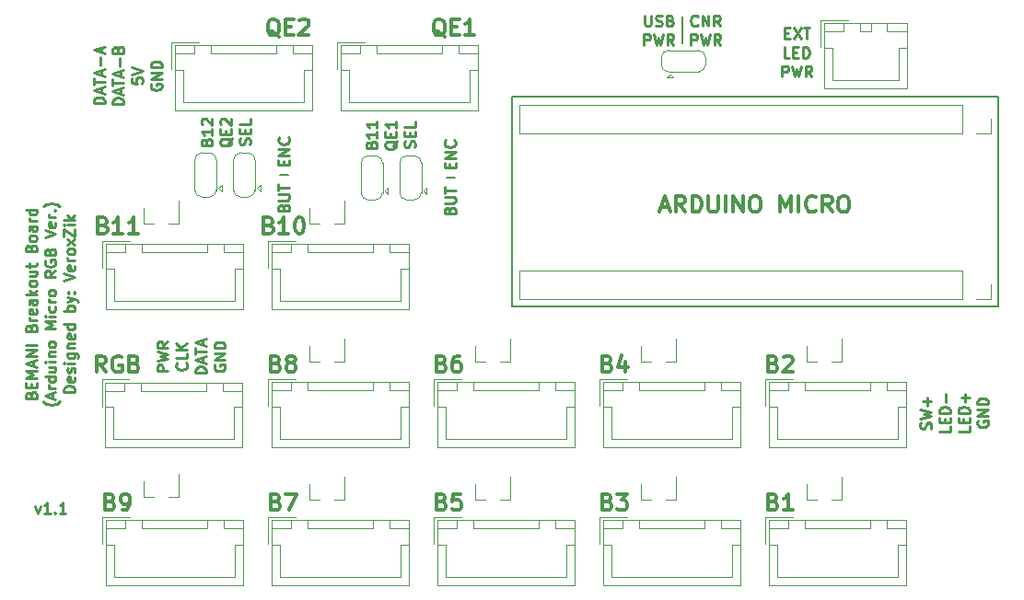
<source format=gbr>
G04 #@! TF.GenerationSoftware,KiCad,Pcbnew,(5.1.2)-2*
G04 #@! TF.CreationDate,2020-02-21T15:05:10-05:00*
G04 #@! TF.ProjectId,Micro-Breakout+RGB,4d696372-6f2d-4427-9265-616b6f75742b,rev?*
G04 #@! TF.SameCoordinates,Original*
G04 #@! TF.FileFunction,Legend,Top*
G04 #@! TF.FilePolarity,Positive*
%FSLAX46Y46*%
G04 Gerber Fmt 4.6, Leading zero omitted, Abs format (unit mm)*
G04 Created by KiCad (PCBNEW (5.1.2)-2) date 2020-02-21 15:05:10*
%MOMM*%
%LPD*%
G04 APERTURE LIST*
%ADD10C,0.250000*%
%ADD11C,0.300000*%
%ADD12C,0.200000*%
%ADD13C,0.120000*%
G04 APERTURE END LIST*
D10*
X187579761Y-126276190D02*
X187627380Y-126133333D01*
X187627380Y-125895238D01*
X187579761Y-125800000D01*
X187532142Y-125752380D01*
X187436904Y-125704761D01*
X187341666Y-125704761D01*
X187246428Y-125752380D01*
X187198809Y-125800000D01*
X187151190Y-125895238D01*
X187103571Y-126085714D01*
X187055952Y-126180952D01*
X187008333Y-126228571D01*
X186913095Y-126276190D01*
X186817857Y-126276190D01*
X186722619Y-126228571D01*
X186675000Y-126180952D01*
X186627380Y-126085714D01*
X186627380Y-125847619D01*
X186675000Y-125704761D01*
X186627380Y-125371428D02*
X187627380Y-125133333D01*
X186913095Y-124942857D01*
X187627380Y-124752380D01*
X186627380Y-124514285D01*
X187246428Y-124133333D02*
X187246428Y-123371428D01*
X187627380Y-123752380D02*
X186865476Y-123752380D01*
X189377380Y-126061904D02*
X189377380Y-126538095D01*
X188377380Y-126538095D01*
X188853571Y-125728571D02*
X188853571Y-125395238D01*
X189377380Y-125252380D02*
X189377380Y-125728571D01*
X188377380Y-125728571D01*
X188377380Y-125252380D01*
X189377380Y-124823809D02*
X188377380Y-124823809D01*
X188377380Y-124585714D01*
X188425000Y-124442857D01*
X188520238Y-124347619D01*
X188615476Y-124300000D01*
X188805952Y-124252380D01*
X188948809Y-124252380D01*
X189139285Y-124300000D01*
X189234523Y-124347619D01*
X189329761Y-124442857D01*
X189377380Y-124585714D01*
X189377380Y-124823809D01*
X188996428Y-123823809D02*
X188996428Y-123061904D01*
X191127380Y-126061904D02*
X191127380Y-126538095D01*
X190127380Y-126538095D01*
X190603571Y-125728571D02*
X190603571Y-125395238D01*
X191127380Y-125252380D02*
X191127380Y-125728571D01*
X190127380Y-125728571D01*
X190127380Y-125252380D01*
X191127380Y-124823809D02*
X190127380Y-124823809D01*
X190127380Y-124585714D01*
X190175000Y-124442857D01*
X190270238Y-124347619D01*
X190365476Y-124300000D01*
X190555952Y-124252380D01*
X190698809Y-124252380D01*
X190889285Y-124300000D01*
X190984523Y-124347619D01*
X191079761Y-124442857D01*
X191127380Y-124585714D01*
X191127380Y-124823809D01*
X190746428Y-123823809D02*
X190746428Y-123061904D01*
X191127380Y-123442857D02*
X190365476Y-123442857D01*
X191925000Y-125561904D02*
X191877380Y-125657142D01*
X191877380Y-125800000D01*
X191925000Y-125942857D01*
X192020238Y-126038095D01*
X192115476Y-126085714D01*
X192305952Y-126133333D01*
X192448809Y-126133333D01*
X192639285Y-126085714D01*
X192734523Y-126038095D01*
X192829761Y-125942857D01*
X192877380Y-125800000D01*
X192877380Y-125704761D01*
X192829761Y-125561904D01*
X192782142Y-125514285D01*
X192448809Y-125514285D01*
X192448809Y-125704761D01*
X192877380Y-125085714D02*
X191877380Y-125085714D01*
X192877380Y-124514285D01*
X191877380Y-124514285D01*
X192877380Y-124038095D02*
X191877380Y-124038095D01*
X191877380Y-123800000D01*
X191925000Y-123657142D01*
X192020238Y-123561904D01*
X192115476Y-123514285D01*
X192305952Y-123466666D01*
X192448809Y-123466666D01*
X192639285Y-123514285D01*
X192734523Y-123561904D01*
X192829761Y-123657142D01*
X192877380Y-123800000D01*
X192877380Y-124038095D01*
X111627380Y-96347619D02*
X110627380Y-96347619D01*
X110627380Y-96109523D01*
X110675000Y-95966666D01*
X110770238Y-95871428D01*
X110865476Y-95823809D01*
X111055952Y-95776190D01*
X111198809Y-95776190D01*
X111389285Y-95823809D01*
X111484523Y-95871428D01*
X111579761Y-95966666D01*
X111627380Y-96109523D01*
X111627380Y-96347619D01*
X111341666Y-95395238D02*
X111341666Y-94919047D01*
X111627380Y-95490476D02*
X110627380Y-95157142D01*
X111627380Y-94823809D01*
X110627380Y-94633333D02*
X110627380Y-94061904D01*
X111627380Y-94347619D02*
X110627380Y-94347619D01*
X111341666Y-93776190D02*
X111341666Y-93300000D01*
X111627380Y-93871428D02*
X110627380Y-93538095D01*
X111627380Y-93204761D01*
X111246428Y-92871428D02*
X111246428Y-92109523D01*
X111341666Y-91680952D02*
X111341666Y-91204761D01*
X111627380Y-91776190D02*
X110627380Y-91442857D01*
X111627380Y-91109523D01*
X113377380Y-96419047D02*
X112377380Y-96419047D01*
X112377380Y-96180952D01*
X112425000Y-96038095D01*
X112520238Y-95942857D01*
X112615476Y-95895238D01*
X112805952Y-95847619D01*
X112948809Y-95847619D01*
X113139285Y-95895238D01*
X113234523Y-95942857D01*
X113329761Y-96038095D01*
X113377380Y-96180952D01*
X113377380Y-96419047D01*
X113091666Y-95466666D02*
X113091666Y-94990476D01*
X113377380Y-95561904D02*
X112377380Y-95228571D01*
X113377380Y-94895238D01*
X112377380Y-94704761D02*
X112377380Y-94133333D01*
X113377380Y-94419047D02*
X112377380Y-94419047D01*
X113091666Y-93847619D02*
X113091666Y-93371428D01*
X113377380Y-93942857D02*
X112377380Y-93609523D01*
X113377380Y-93276190D01*
X112996428Y-92942857D02*
X112996428Y-92180952D01*
X112853571Y-91371428D02*
X112901190Y-91228571D01*
X112948809Y-91180952D01*
X113044047Y-91133333D01*
X113186904Y-91133333D01*
X113282142Y-91180952D01*
X113329761Y-91228571D01*
X113377380Y-91323809D01*
X113377380Y-91704761D01*
X112377380Y-91704761D01*
X112377380Y-91371428D01*
X112425000Y-91276190D01*
X112472619Y-91228571D01*
X112567857Y-91180952D01*
X112663095Y-91180952D01*
X112758333Y-91228571D01*
X112805952Y-91276190D01*
X112853571Y-91371428D01*
X112853571Y-91704761D01*
X114127380Y-93990476D02*
X114127380Y-94466666D01*
X114603571Y-94514285D01*
X114555952Y-94466666D01*
X114508333Y-94371428D01*
X114508333Y-94133333D01*
X114555952Y-94038095D01*
X114603571Y-93990476D01*
X114698809Y-93942857D01*
X114936904Y-93942857D01*
X115032142Y-93990476D01*
X115079761Y-94038095D01*
X115127380Y-94133333D01*
X115127380Y-94371428D01*
X115079761Y-94466666D01*
X115032142Y-94514285D01*
X114127380Y-93657142D02*
X115127380Y-93323809D01*
X114127380Y-92990476D01*
X115925000Y-94561904D02*
X115877380Y-94657142D01*
X115877380Y-94800000D01*
X115925000Y-94942857D01*
X116020238Y-95038095D01*
X116115476Y-95085714D01*
X116305952Y-95133333D01*
X116448809Y-95133333D01*
X116639285Y-95085714D01*
X116734523Y-95038095D01*
X116829761Y-94942857D01*
X116877380Y-94800000D01*
X116877380Y-94704761D01*
X116829761Y-94561904D01*
X116782142Y-94514285D01*
X116448809Y-94514285D01*
X116448809Y-94704761D01*
X116877380Y-94085714D02*
X115877380Y-94085714D01*
X116877380Y-93514285D01*
X115877380Y-93514285D01*
X116877380Y-93038095D02*
X115877380Y-93038095D01*
X115877380Y-92800000D01*
X115925000Y-92657142D01*
X116020238Y-92561904D01*
X116115476Y-92514285D01*
X116305952Y-92466666D01*
X116448809Y-92466666D01*
X116639285Y-92514285D01*
X116734523Y-92561904D01*
X116829761Y-92657142D01*
X116877380Y-92800000D01*
X116877380Y-93038095D01*
X117461380Y-120967333D02*
X116461380Y-120967333D01*
X116461380Y-120586380D01*
X116509000Y-120491142D01*
X116556619Y-120443523D01*
X116651857Y-120395904D01*
X116794714Y-120395904D01*
X116889952Y-120443523D01*
X116937571Y-120491142D01*
X116985190Y-120586380D01*
X116985190Y-120967333D01*
X116461380Y-120062571D02*
X117461380Y-119824476D01*
X116747095Y-119634000D01*
X117461380Y-119443523D01*
X116461380Y-119205428D01*
X117461380Y-118253047D02*
X116985190Y-118586380D01*
X117461380Y-118824476D02*
X116461380Y-118824476D01*
X116461380Y-118443523D01*
X116509000Y-118348285D01*
X116556619Y-118300666D01*
X116651857Y-118253047D01*
X116794714Y-118253047D01*
X116889952Y-118300666D01*
X116937571Y-118348285D01*
X116985190Y-118443523D01*
X116985190Y-118824476D01*
X119116142Y-120229238D02*
X119163761Y-120276857D01*
X119211380Y-120419714D01*
X119211380Y-120514952D01*
X119163761Y-120657809D01*
X119068523Y-120753047D01*
X118973285Y-120800666D01*
X118782809Y-120848285D01*
X118639952Y-120848285D01*
X118449476Y-120800666D01*
X118354238Y-120753047D01*
X118259000Y-120657809D01*
X118211380Y-120514952D01*
X118211380Y-120419714D01*
X118259000Y-120276857D01*
X118306619Y-120229238D01*
X119211380Y-119324476D02*
X119211380Y-119800666D01*
X118211380Y-119800666D01*
X119211380Y-118991142D02*
X118211380Y-118991142D01*
X119211380Y-118419714D02*
X118639952Y-118848285D01*
X118211380Y-118419714D02*
X118782809Y-118991142D01*
X120961380Y-121134000D02*
X119961380Y-121134000D01*
X119961380Y-120895904D01*
X120009000Y-120753047D01*
X120104238Y-120657809D01*
X120199476Y-120610190D01*
X120389952Y-120562571D01*
X120532809Y-120562571D01*
X120723285Y-120610190D01*
X120818523Y-120657809D01*
X120913761Y-120753047D01*
X120961380Y-120895904D01*
X120961380Y-121134000D01*
X120675666Y-120181619D02*
X120675666Y-119705428D01*
X120961380Y-120276857D02*
X119961380Y-119943523D01*
X120961380Y-119610190D01*
X119961380Y-119419714D02*
X119961380Y-118848285D01*
X120961380Y-119134000D02*
X119961380Y-119134000D01*
X120675666Y-118562571D02*
X120675666Y-118086380D01*
X120961380Y-118657809D02*
X119961380Y-118324476D01*
X120961380Y-117991142D01*
X121759000Y-120395904D02*
X121711380Y-120491142D01*
X121711380Y-120634000D01*
X121759000Y-120776857D01*
X121854238Y-120872095D01*
X121949476Y-120919714D01*
X122139952Y-120967333D01*
X122282809Y-120967333D01*
X122473285Y-120919714D01*
X122568523Y-120872095D01*
X122663761Y-120776857D01*
X122711380Y-120634000D01*
X122711380Y-120538761D01*
X122663761Y-120395904D01*
X122616142Y-120348285D01*
X122282809Y-120348285D01*
X122282809Y-120538761D01*
X122711380Y-119919714D02*
X121711380Y-119919714D01*
X122711380Y-119348285D01*
X121711380Y-119348285D01*
X122711380Y-118872095D02*
X121711380Y-118872095D01*
X121711380Y-118634000D01*
X121759000Y-118491142D01*
X121854238Y-118395904D01*
X121949476Y-118348285D01*
X122139952Y-118300666D01*
X122282809Y-118300666D01*
X122473285Y-118348285D01*
X122568523Y-118395904D01*
X122663761Y-118491142D01*
X122711380Y-118634000D01*
X122711380Y-118872095D01*
X105251428Y-133389714D02*
X105489523Y-134056380D01*
X105727619Y-133389714D01*
X106632380Y-134056380D02*
X106060952Y-134056380D01*
X106346666Y-134056380D02*
X106346666Y-133056380D01*
X106251428Y-133199238D01*
X106156190Y-133294476D01*
X106060952Y-133342095D01*
X107060952Y-133961142D02*
X107108571Y-134008761D01*
X107060952Y-134056380D01*
X107013333Y-134008761D01*
X107060952Y-133961142D01*
X107060952Y-134056380D01*
X108060952Y-134056380D02*
X107489523Y-134056380D01*
X107775238Y-134056380D02*
X107775238Y-133056380D01*
X107680000Y-133199238D01*
X107584761Y-133294476D01*
X107489523Y-133342095D01*
D11*
X126767570Y-107565856D02*
X126981856Y-107637284D01*
X127053284Y-107708713D01*
X127124713Y-107851570D01*
X127124713Y-108065856D01*
X127053284Y-108208713D01*
X126981856Y-108280141D01*
X126838999Y-108351570D01*
X126267570Y-108351570D01*
X126267570Y-106851570D01*
X126767570Y-106851570D01*
X126910427Y-106922999D01*
X126981856Y-106994427D01*
X127053284Y-107137284D01*
X127053284Y-107280141D01*
X126981856Y-107422999D01*
X126910427Y-107494427D01*
X126767570Y-107565856D01*
X126267570Y-107565856D01*
X128553284Y-108351570D02*
X127696141Y-108351570D01*
X128124713Y-108351570D02*
X128124713Y-106851570D01*
X127981856Y-107065856D01*
X127838999Y-107208713D01*
X127696141Y-107280141D01*
X129481856Y-106851570D02*
X129624713Y-106851570D01*
X129767570Y-106922999D01*
X129838999Y-106994427D01*
X129910427Y-107137284D01*
X129981856Y-107422999D01*
X129981856Y-107780141D01*
X129910427Y-108065856D01*
X129838999Y-108208713D01*
X129767570Y-108280141D01*
X129624713Y-108351570D01*
X129481856Y-108351570D01*
X129338999Y-108280141D01*
X129267570Y-108208713D01*
X129196141Y-108065856D01*
X129124713Y-107780141D01*
X129124713Y-107422999D01*
X129196141Y-107137284D01*
X129267570Y-106994427D01*
X129338999Y-106922999D01*
X129481856Y-106851570D01*
X111527570Y-107565856D02*
X111741856Y-107637284D01*
X111813284Y-107708713D01*
X111884713Y-107851570D01*
X111884713Y-108065856D01*
X111813284Y-108208713D01*
X111741856Y-108280141D01*
X111598999Y-108351570D01*
X111027570Y-108351570D01*
X111027570Y-106851570D01*
X111527570Y-106851570D01*
X111670427Y-106922999D01*
X111741856Y-106994427D01*
X111813284Y-107137284D01*
X111813284Y-107280141D01*
X111741856Y-107422999D01*
X111670427Y-107494427D01*
X111527570Y-107565856D01*
X111027570Y-107565856D01*
X113313284Y-108351570D02*
X112456141Y-108351570D01*
X112884713Y-108351570D02*
X112884713Y-106851570D01*
X112741856Y-107065856D01*
X112598999Y-107208713D01*
X112456141Y-107280141D01*
X114741856Y-108351570D02*
X113884713Y-108351570D01*
X114313284Y-108351570D02*
X114313284Y-106851570D01*
X114170427Y-107065856D01*
X114027570Y-107208713D01*
X113884713Y-107280141D01*
X111740285Y-121074571D02*
X111240285Y-120360285D01*
X110883142Y-121074571D02*
X110883142Y-119574571D01*
X111454571Y-119574571D01*
X111597428Y-119646000D01*
X111668857Y-119717428D01*
X111740285Y-119860285D01*
X111740285Y-120074571D01*
X111668857Y-120217428D01*
X111597428Y-120288857D01*
X111454571Y-120360285D01*
X110883142Y-120360285D01*
X113168857Y-119646000D02*
X113026000Y-119574571D01*
X112811714Y-119574571D01*
X112597428Y-119646000D01*
X112454571Y-119788857D01*
X112383142Y-119931714D01*
X112311714Y-120217428D01*
X112311714Y-120431714D01*
X112383142Y-120717428D01*
X112454571Y-120860285D01*
X112597428Y-121003142D01*
X112811714Y-121074571D01*
X112954571Y-121074571D01*
X113168857Y-121003142D01*
X113240285Y-120931714D01*
X113240285Y-120431714D01*
X112954571Y-120431714D01*
X114383142Y-120288857D02*
X114597428Y-120360285D01*
X114668857Y-120431714D01*
X114740285Y-120574571D01*
X114740285Y-120788857D01*
X114668857Y-120931714D01*
X114597428Y-121003142D01*
X114454571Y-121074571D01*
X113883142Y-121074571D01*
X113883142Y-119574571D01*
X114383142Y-119574571D01*
X114526000Y-119646000D01*
X114597428Y-119717428D01*
X114668857Y-119860285D01*
X114668857Y-120003142D01*
X114597428Y-120146000D01*
X114526000Y-120217428D01*
X114383142Y-120288857D01*
X113883142Y-120288857D01*
D12*
X127779356Y-102927742D02*
X128541356Y-102927742D01*
D10*
X128088927Y-105920075D02*
X128136546Y-105777218D01*
X128184165Y-105729599D01*
X128279403Y-105681980D01*
X128422260Y-105681980D01*
X128517498Y-105729599D01*
X128565117Y-105777218D01*
X128612736Y-105872456D01*
X128612736Y-106253408D01*
X127612736Y-106253408D01*
X127612736Y-105920075D01*
X127660356Y-105824837D01*
X127707975Y-105777218D01*
X127803213Y-105729599D01*
X127898451Y-105729599D01*
X127993689Y-105777218D01*
X128041308Y-105824837D01*
X128088927Y-105920075D01*
X128088927Y-106253408D01*
X127612736Y-105253408D02*
X128422260Y-105253408D01*
X128517498Y-105205789D01*
X128565117Y-105158170D01*
X128612736Y-105062932D01*
X128612736Y-104872456D01*
X128565117Y-104777218D01*
X128517498Y-104729599D01*
X128422260Y-104681980D01*
X127612736Y-104681980D01*
X127612736Y-104348646D02*
X127612736Y-103777218D01*
X128612736Y-104062932D02*
X127612736Y-104062932D01*
X128088927Y-102006837D02*
X128088927Y-101673503D01*
X128612736Y-101530646D02*
X128612736Y-102006837D01*
X127612736Y-102006837D01*
X127612736Y-101530646D01*
X128612736Y-101102075D02*
X127612736Y-101102075D01*
X128612736Y-100530646D01*
X127612736Y-100530646D01*
X128517498Y-99483027D02*
X128565117Y-99530646D01*
X128612736Y-99673503D01*
X128612736Y-99768742D01*
X128565117Y-99911599D01*
X128469879Y-100006837D01*
X128374641Y-100054456D01*
X128184165Y-100102075D01*
X128041308Y-100102075D01*
X127850832Y-100054456D01*
X127755594Y-100006837D01*
X127660356Y-99911599D01*
X127612736Y-99768742D01*
X127612736Y-99673503D01*
X127660356Y-99530646D01*
X127707975Y-99483027D01*
X174188571Y-89872571D02*
X174521904Y-89872571D01*
X174664761Y-90396380D02*
X174188571Y-90396380D01*
X174188571Y-89396380D01*
X174664761Y-89396380D01*
X174998095Y-89396380D02*
X175664761Y-90396380D01*
X175664761Y-89396380D02*
X174998095Y-90396380D01*
X175902857Y-89396380D02*
X176474285Y-89396380D01*
X176188571Y-90396380D02*
X176188571Y-89396380D01*
X174617142Y-92146380D02*
X174140952Y-92146380D01*
X174140952Y-91146380D01*
X174950476Y-91622571D02*
X175283809Y-91622571D01*
X175426666Y-92146380D02*
X174950476Y-92146380D01*
X174950476Y-91146380D01*
X175426666Y-91146380D01*
X175855238Y-92146380D02*
X175855238Y-91146380D01*
X176093333Y-91146380D01*
X176236190Y-91194000D01*
X176331428Y-91289238D01*
X176379047Y-91384476D01*
X176426666Y-91574952D01*
X176426666Y-91717809D01*
X176379047Y-91908285D01*
X176331428Y-92003523D01*
X176236190Y-92098761D01*
X176093333Y-92146380D01*
X175855238Y-92146380D01*
X173926666Y-93896380D02*
X173926666Y-92896380D01*
X174307619Y-92896380D01*
X174402857Y-92944000D01*
X174450476Y-92991619D01*
X174498095Y-93086857D01*
X174498095Y-93229714D01*
X174450476Y-93324952D01*
X174402857Y-93372571D01*
X174307619Y-93420190D01*
X173926666Y-93420190D01*
X174831428Y-92896380D02*
X175069523Y-93896380D01*
X175260000Y-93182095D01*
X175450476Y-93896380D01*
X175688571Y-92896380D01*
X176640952Y-93896380D02*
X176307619Y-93420190D01*
X176069523Y-93896380D02*
X176069523Y-92896380D01*
X176450476Y-92896380D01*
X176545714Y-92944000D01*
X176593333Y-92991619D01*
X176640952Y-93086857D01*
X176640952Y-93229714D01*
X176593333Y-93324952D01*
X176545714Y-93372571D01*
X176450476Y-93420190D01*
X176069523Y-93420190D01*
X121004927Y-99871694D02*
X121052546Y-99728837D01*
X121100165Y-99681218D01*
X121195403Y-99633599D01*
X121338260Y-99633599D01*
X121433498Y-99681218D01*
X121481117Y-99728837D01*
X121528736Y-99824075D01*
X121528736Y-100205027D01*
X120528736Y-100205027D01*
X120528736Y-99871694D01*
X120576356Y-99776456D01*
X120623975Y-99728837D01*
X120719213Y-99681218D01*
X120814451Y-99681218D01*
X120909689Y-99728837D01*
X120957308Y-99776456D01*
X121004927Y-99871694D01*
X121004927Y-100205027D01*
X121528736Y-98681218D02*
X121528736Y-99252646D01*
X121528736Y-98966932D02*
X120528736Y-98966932D01*
X120671594Y-99062170D01*
X120766832Y-99157408D01*
X120814451Y-99252646D01*
X120623975Y-98300265D02*
X120576356Y-98252646D01*
X120528736Y-98157408D01*
X120528736Y-97919313D01*
X120576356Y-97824075D01*
X120623975Y-97776456D01*
X120719213Y-97728837D01*
X120814451Y-97728837D01*
X120957308Y-97776456D01*
X121528736Y-98347884D01*
X121528736Y-97728837D01*
X123373975Y-99538361D02*
X123326356Y-99633599D01*
X123231117Y-99728837D01*
X123088260Y-99871694D01*
X123040641Y-99966932D01*
X123040641Y-100062170D01*
X123278736Y-100014551D02*
X123231117Y-100109789D01*
X123135879Y-100205027D01*
X122945403Y-100252646D01*
X122612070Y-100252646D01*
X122421594Y-100205027D01*
X122326356Y-100109789D01*
X122278736Y-100014551D01*
X122278736Y-99824075D01*
X122326356Y-99728837D01*
X122421594Y-99633599D01*
X122612070Y-99585980D01*
X122945403Y-99585980D01*
X123135879Y-99633599D01*
X123231117Y-99728837D01*
X123278736Y-99824075D01*
X123278736Y-100014551D01*
X122754927Y-99157408D02*
X122754927Y-98824075D01*
X123278736Y-98681218D02*
X123278736Y-99157408D01*
X122278736Y-99157408D01*
X122278736Y-98681218D01*
X122373975Y-98300265D02*
X122326356Y-98252646D01*
X122278736Y-98157408D01*
X122278736Y-97919313D01*
X122326356Y-97824075D01*
X122373975Y-97776456D01*
X122469213Y-97728837D01*
X122564451Y-97728837D01*
X122707308Y-97776456D01*
X123278736Y-98347884D01*
X123278736Y-97728837D01*
X124981117Y-100133599D02*
X125028736Y-99990742D01*
X125028736Y-99752646D01*
X124981117Y-99657408D01*
X124933498Y-99609789D01*
X124838260Y-99562170D01*
X124743022Y-99562170D01*
X124647784Y-99609789D01*
X124600165Y-99657408D01*
X124552546Y-99752646D01*
X124504927Y-99943122D01*
X124457308Y-100038361D01*
X124409689Y-100085980D01*
X124314451Y-100133599D01*
X124219213Y-100133599D01*
X124123975Y-100085980D01*
X124076356Y-100038361D01*
X124028736Y-99943122D01*
X124028736Y-99705027D01*
X124076356Y-99562170D01*
X124504927Y-99133599D02*
X124504927Y-98800265D01*
X125028736Y-98657408D02*
X125028736Y-99133599D01*
X124028736Y-99133599D01*
X124028736Y-98657408D01*
X125028736Y-97752646D02*
X125028736Y-98228837D01*
X124028736Y-98228837D01*
X136157237Y-100131725D02*
X136204856Y-99988868D01*
X136252475Y-99941249D01*
X136347713Y-99893630D01*
X136490570Y-99893630D01*
X136585808Y-99941249D01*
X136633427Y-99988868D01*
X136681046Y-100084106D01*
X136681046Y-100465058D01*
X135681046Y-100465058D01*
X135681046Y-100131725D01*
X135728666Y-100036487D01*
X135776285Y-99988868D01*
X135871523Y-99941249D01*
X135966761Y-99941249D01*
X136061999Y-99988868D01*
X136109618Y-100036487D01*
X136157237Y-100131725D01*
X136157237Y-100465058D01*
X136681046Y-98941249D02*
X136681046Y-99512677D01*
X136681046Y-99226963D02*
X135681046Y-99226963D01*
X135823904Y-99322201D01*
X135919142Y-99417439D01*
X135966761Y-99512677D01*
X136681046Y-97988868D02*
X136681046Y-98560296D01*
X136681046Y-98274582D02*
X135681046Y-98274582D01*
X135823904Y-98369820D01*
X135919142Y-98465058D01*
X135966761Y-98560296D01*
X138526285Y-99798392D02*
X138478666Y-99893630D01*
X138383427Y-99988868D01*
X138240570Y-100131725D01*
X138192951Y-100226963D01*
X138192951Y-100322201D01*
X138431046Y-100274582D02*
X138383427Y-100369820D01*
X138288189Y-100465058D01*
X138097713Y-100512677D01*
X137764380Y-100512677D01*
X137573904Y-100465058D01*
X137478666Y-100369820D01*
X137431046Y-100274582D01*
X137431046Y-100084106D01*
X137478666Y-99988868D01*
X137573904Y-99893630D01*
X137764380Y-99846011D01*
X138097713Y-99846011D01*
X138288189Y-99893630D01*
X138383427Y-99988868D01*
X138431046Y-100084106D01*
X138431046Y-100274582D01*
X137907237Y-99417439D02*
X137907237Y-99084106D01*
X138431046Y-98941249D02*
X138431046Y-99417439D01*
X137431046Y-99417439D01*
X137431046Y-98941249D01*
X138431046Y-97988868D02*
X138431046Y-98560296D01*
X138431046Y-98274582D02*
X137431046Y-98274582D01*
X137573904Y-98369820D01*
X137669142Y-98465058D01*
X137716761Y-98560296D01*
X140133427Y-100393630D02*
X140181046Y-100250773D01*
X140181046Y-100012677D01*
X140133427Y-99917439D01*
X140085808Y-99869820D01*
X139990570Y-99822201D01*
X139895332Y-99822201D01*
X139800094Y-99869820D01*
X139752475Y-99917439D01*
X139704856Y-100012677D01*
X139657237Y-100203153D01*
X139609618Y-100298392D01*
X139561999Y-100346011D01*
X139466761Y-100393630D01*
X139371523Y-100393630D01*
X139276285Y-100346011D01*
X139228666Y-100298392D01*
X139181046Y-100203153D01*
X139181046Y-99965058D01*
X139228666Y-99822201D01*
X139657237Y-99393630D02*
X139657237Y-99060296D01*
X140181046Y-98917439D02*
X140181046Y-99393630D01*
X139181046Y-99393630D01*
X139181046Y-98917439D01*
X140181046Y-98012677D02*
X140181046Y-98488868D01*
X139181046Y-98488868D01*
X143368237Y-106180106D02*
X143415856Y-106037249D01*
X143463475Y-105989630D01*
X143558713Y-105942011D01*
X143701570Y-105942011D01*
X143796808Y-105989630D01*
X143844427Y-106037249D01*
X143892046Y-106132487D01*
X143892046Y-106513439D01*
X142892046Y-106513439D01*
X142892046Y-106180106D01*
X142939666Y-106084868D01*
X142987285Y-106037249D01*
X143082523Y-105989630D01*
X143177761Y-105989630D01*
X143272999Y-106037249D01*
X143320618Y-106084868D01*
X143368237Y-106180106D01*
X143368237Y-106513439D01*
X142892046Y-105513439D02*
X143701570Y-105513439D01*
X143796808Y-105465820D01*
X143844427Y-105418201D01*
X143892046Y-105322963D01*
X143892046Y-105132487D01*
X143844427Y-105037249D01*
X143796808Y-104989630D01*
X143701570Y-104942011D01*
X142892046Y-104942011D01*
X142892046Y-104608677D02*
X142892046Y-104037249D01*
X143892046Y-104322963D02*
X142892046Y-104322963D01*
X143368237Y-102266868D02*
X143368237Y-101933534D01*
X143892046Y-101790677D02*
X143892046Y-102266868D01*
X142892046Y-102266868D01*
X142892046Y-101790677D01*
X143892046Y-101362106D02*
X142892046Y-101362106D01*
X143892046Y-100790677D01*
X142892046Y-100790677D01*
X143796808Y-99743058D02*
X143844427Y-99790677D01*
X143892046Y-99933534D01*
X143892046Y-100028773D01*
X143844427Y-100171630D01*
X143749189Y-100266868D01*
X143653951Y-100314487D01*
X143463475Y-100362106D01*
X143320618Y-100362106D01*
X143130142Y-100314487D01*
X143034904Y-100266868D01*
X142939666Y-100171630D01*
X142892046Y-100028773D01*
X142892046Y-99933534D01*
X142939666Y-99790677D01*
X142987285Y-99743058D01*
D12*
X143058666Y-103187773D02*
X143820666Y-103187773D01*
X164719000Y-88392000D02*
X164719000Y-90805000D01*
D10*
X166163714Y-89144142D02*
X166116095Y-89191761D01*
X165973238Y-89239380D01*
X165878000Y-89239380D01*
X165735142Y-89191761D01*
X165639904Y-89096523D01*
X165592285Y-89001285D01*
X165544666Y-88810809D01*
X165544666Y-88667952D01*
X165592285Y-88477476D01*
X165639904Y-88382238D01*
X165735142Y-88287000D01*
X165878000Y-88239380D01*
X165973238Y-88239380D01*
X166116095Y-88287000D01*
X166163714Y-88334619D01*
X166592285Y-89239380D02*
X166592285Y-88239380D01*
X167163714Y-89239380D01*
X167163714Y-88239380D01*
X168211333Y-89239380D02*
X167878000Y-88763190D01*
X167639904Y-89239380D02*
X167639904Y-88239380D01*
X168020857Y-88239380D01*
X168116095Y-88287000D01*
X168163714Y-88334619D01*
X168211333Y-88429857D01*
X168211333Y-88572714D01*
X168163714Y-88667952D01*
X168116095Y-88715571D01*
X168020857Y-88763190D01*
X167639904Y-88763190D01*
X165544666Y-90989380D02*
X165544666Y-89989380D01*
X165925619Y-89989380D01*
X166020857Y-90037000D01*
X166068476Y-90084619D01*
X166116095Y-90179857D01*
X166116095Y-90322714D01*
X166068476Y-90417952D01*
X166020857Y-90465571D01*
X165925619Y-90513190D01*
X165544666Y-90513190D01*
X166449428Y-89989380D02*
X166687523Y-90989380D01*
X166878000Y-90275095D01*
X167068476Y-90989380D01*
X167306571Y-89989380D01*
X168258952Y-90989380D02*
X167925619Y-90513190D01*
X167687523Y-90989380D02*
X167687523Y-89989380D01*
X168068476Y-89989380D01*
X168163714Y-90037000D01*
X168211333Y-90084619D01*
X168258952Y-90179857D01*
X168258952Y-90322714D01*
X168211333Y-90417952D01*
X168163714Y-90465571D01*
X168068476Y-90513190D01*
X167687523Y-90513190D01*
X161298095Y-88239380D02*
X161298095Y-89048904D01*
X161345714Y-89144142D01*
X161393333Y-89191761D01*
X161488571Y-89239380D01*
X161679047Y-89239380D01*
X161774285Y-89191761D01*
X161821904Y-89144142D01*
X161869523Y-89048904D01*
X161869523Y-88239380D01*
X162298095Y-89191761D02*
X162440952Y-89239380D01*
X162679047Y-89239380D01*
X162774285Y-89191761D01*
X162821904Y-89144142D01*
X162869523Y-89048904D01*
X162869523Y-88953666D01*
X162821904Y-88858428D01*
X162774285Y-88810809D01*
X162679047Y-88763190D01*
X162488571Y-88715571D01*
X162393333Y-88667952D01*
X162345714Y-88620333D01*
X162298095Y-88525095D01*
X162298095Y-88429857D01*
X162345714Y-88334619D01*
X162393333Y-88287000D01*
X162488571Y-88239380D01*
X162726666Y-88239380D01*
X162869523Y-88287000D01*
X163631428Y-88715571D02*
X163774285Y-88763190D01*
X163821904Y-88810809D01*
X163869523Y-88906047D01*
X163869523Y-89048904D01*
X163821904Y-89144142D01*
X163774285Y-89191761D01*
X163679047Y-89239380D01*
X163298095Y-89239380D01*
X163298095Y-88239380D01*
X163631428Y-88239380D01*
X163726666Y-88287000D01*
X163774285Y-88334619D01*
X163821904Y-88429857D01*
X163821904Y-88525095D01*
X163774285Y-88620333D01*
X163726666Y-88667952D01*
X163631428Y-88715571D01*
X163298095Y-88715571D01*
X161226666Y-90989380D02*
X161226666Y-89989380D01*
X161607619Y-89989380D01*
X161702857Y-90037000D01*
X161750476Y-90084619D01*
X161798095Y-90179857D01*
X161798095Y-90322714D01*
X161750476Y-90417952D01*
X161702857Y-90465571D01*
X161607619Y-90513190D01*
X161226666Y-90513190D01*
X162131428Y-89989380D02*
X162369523Y-90989380D01*
X162560000Y-90275095D01*
X162750476Y-90989380D01*
X162988571Y-89989380D01*
X163940952Y-90989380D02*
X163607619Y-90513190D01*
X163369523Y-90989380D02*
X163369523Y-89989380D01*
X163750476Y-89989380D01*
X163845714Y-90037000D01*
X163893333Y-90084619D01*
X163940952Y-90179857D01*
X163940952Y-90322714D01*
X163893333Y-90417952D01*
X163845714Y-90465571D01*
X163750476Y-90513190D01*
X163369523Y-90513190D01*
X104858571Y-123165142D02*
X104906190Y-123022285D01*
X104953809Y-122974666D01*
X105049047Y-122927047D01*
X105191904Y-122927047D01*
X105287142Y-122974666D01*
X105334761Y-123022285D01*
X105382380Y-123117523D01*
X105382380Y-123498476D01*
X104382380Y-123498476D01*
X104382380Y-123165142D01*
X104430000Y-123069904D01*
X104477619Y-123022285D01*
X104572857Y-122974666D01*
X104668095Y-122974666D01*
X104763333Y-123022285D01*
X104810952Y-123069904D01*
X104858571Y-123165142D01*
X104858571Y-123498476D01*
X104858571Y-122498476D02*
X104858571Y-122165142D01*
X105382380Y-122022285D02*
X105382380Y-122498476D01*
X104382380Y-122498476D01*
X104382380Y-122022285D01*
X105382380Y-121593714D02*
X104382380Y-121593714D01*
X105096666Y-121260380D01*
X104382380Y-120927047D01*
X105382380Y-120927047D01*
X105096666Y-120498476D02*
X105096666Y-120022285D01*
X105382380Y-120593714D02*
X104382380Y-120260380D01*
X105382380Y-119927047D01*
X105382380Y-119593714D02*
X104382380Y-119593714D01*
X105382380Y-119022285D01*
X104382380Y-119022285D01*
X105382380Y-118546095D02*
X104382380Y-118546095D01*
X104858571Y-116974666D02*
X104906190Y-116831809D01*
X104953809Y-116784190D01*
X105049047Y-116736571D01*
X105191904Y-116736571D01*
X105287142Y-116784190D01*
X105334761Y-116831809D01*
X105382380Y-116927047D01*
X105382380Y-117308000D01*
X104382380Y-117308000D01*
X104382380Y-116974666D01*
X104430000Y-116879428D01*
X104477619Y-116831809D01*
X104572857Y-116784190D01*
X104668095Y-116784190D01*
X104763333Y-116831809D01*
X104810952Y-116879428D01*
X104858571Y-116974666D01*
X104858571Y-117308000D01*
X105382380Y-116308000D02*
X104715714Y-116308000D01*
X104906190Y-116308000D02*
X104810952Y-116260380D01*
X104763333Y-116212761D01*
X104715714Y-116117523D01*
X104715714Y-116022285D01*
X105334761Y-115308000D02*
X105382380Y-115403238D01*
X105382380Y-115593714D01*
X105334761Y-115688952D01*
X105239523Y-115736571D01*
X104858571Y-115736571D01*
X104763333Y-115688952D01*
X104715714Y-115593714D01*
X104715714Y-115403238D01*
X104763333Y-115308000D01*
X104858571Y-115260380D01*
X104953809Y-115260380D01*
X105049047Y-115736571D01*
X105382380Y-114403238D02*
X104858571Y-114403238D01*
X104763333Y-114450857D01*
X104715714Y-114546095D01*
X104715714Y-114736571D01*
X104763333Y-114831809D01*
X105334761Y-114403238D02*
X105382380Y-114498476D01*
X105382380Y-114736571D01*
X105334761Y-114831809D01*
X105239523Y-114879428D01*
X105144285Y-114879428D01*
X105049047Y-114831809D01*
X105001428Y-114736571D01*
X105001428Y-114498476D01*
X104953809Y-114403238D01*
X105382380Y-113927047D02*
X104382380Y-113927047D01*
X105001428Y-113831809D02*
X105382380Y-113546095D01*
X104715714Y-113546095D02*
X105096666Y-113927047D01*
X105382380Y-112974666D02*
X105334761Y-113069904D01*
X105287142Y-113117523D01*
X105191904Y-113165142D01*
X104906190Y-113165142D01*
X104810952Y-113117523D01*
X104763333Y-113069904D01*
X104715714Y-112974666D01*
X104715714Y-112831809D01*
X104763333Y-112736571D01*
X104810952Y-112688952D01*
X104906190Y-112641333D01*
X105191904Y-112641333D01*
X105287142Y-112688952D01*
X105334761Y-112736571D01*
X105382380Y-112831809D01*
X105382380Y-112974666D01*
X104715714Y-111784190D02*
X105382380Y-111784190D01*
X104715714Y-112212761D02*
X105239523Y-112212761D01*
X105334761Y-112165142D01*
X105382380Y-112069904D01*
X105382380Y-111927047D01*
X105334761Y-111831809D01*
X105287142Y-111784190D01*
X104715714Y-111450857D02*
X104715714Y-111069904D01*
X104382380Y-111308000D02*
X105239523Y-111308000D01*
X105334761Y-111260380D01*
X105382380Y-111165142D01*
X105382380Y-111069904D01*
X104858571Y-109641333D02*
X104906190Y-109498476D01*
X104953809Y-109450857D01*
X105049047Y-109403238D01*
X105191904Y-109403238D01*
X105287142Y-109450857D01*
X105334761Y-109498476D01*
X105382380Y-109593714D01*
X105382380Y-109974666D01*
X104382380Y-109974666D01*
X104382380Y-109641333D01*
X104430000Y-109546095D01*
X104477619Y-109498476D01*
X104572857Y-109450857D01*
X104668095Y-109450857D01*
X104763333Y-109498476D01*
X104810952Y-109546095D01*
X104858571Y-109641333D01*
X104858571Y-109974666D01*
X105382380Y-108831809D02*
X105334761Y-108927047D01*
X105287142Y-108974666D01*
X105191904Y-109022285D01*
X104906190Y-109022285D01*
X104810952Y-108974666D01*
X104763333Y-108927047D01*
X104715714Y-108831809D01*
X104715714Y-108688952D01*
X104763333Y-108593714D01*
X104810952Y-108546095D01*
X104906190Y-108498476D01*
X105191904Y-108498476D01*
X105287142Y-108546095D01*
X105334761Y-108593714D01*
X105382380Y-108688952D01*
X105382380Y-108831809D01*
X105382380Y-107641333D02*
X104858571Y-107641333D01*
X104763333Y-107688952D01*
X104715714Y-107784190D01*
X104715714Y-107974666D01*
X104763333Y-108069904D01*
X105334761Y-107641333D02*
X105382380Y-107736571D01*
X105382380Y-107974666D01*
X105334761Y-108069904D01*
X105239523Y-108117523D01*
X105144285Y-108117523D01*
X105049047Y-108069904D01*
X105001428Y-107974666D01*
X105001428Y-107736571D01*
X104953809Y-107641333D01*
X105382380Y-107165142D02*
X104715714Y-107165142D01*
X104906190Y-107165142D02*
X104810952Y-107117523D01*
X104763333Y-107069904D01*
X104715714Y-106974666D01*
X104715714Y-106879428D01*
X105382380Y-106117523D02*
X104382380Y-106117523D01*
X105334761Y-106117523D02*
X105382380Y-106212761D01*
X105382380Y-106403238D01*
X105334761Y-106498476D01*
X105287142Y-106546095D01*
X105191904Y-106593714D01*
X104906190Y-106593714D01*
X104810952Y-106546095D01*
X104763333Y-106498476D01*
X104715714Y-106403238D01*
X104715714Y-106212761D01*
X104763333Y-106117523D01*
X107513333Y-123784190D02*
X107465714Y-123831809D01*
X107322857Y-123927047D01*
X107227619Y-123974666D01*
X107084761Y-124022285D01*
X106846666Y-124069904D01*
X106656190Y-124069904D01*
X106418095Y-124022285D01*
X106275238Y-123974666D01*
X106180000Y-123927047D01*
X106037142Y-123831809D01*
X105989523Y-123784190D01*
X106846666Y-123450857D02*
X106846666Y-122974666D01*
X107132380Y-123546095D02*
X106132380Y-123212761D01*
X107132380Y-122879428D01*
X107132380Y-122546095D02*
X106465714Y-122546095D01*
X106656190Y-122546095D02*
X106560952Y-122498476D01*
X106513333Y-122450857D01*
X106465714Y-122355619D01*
X106465714Y-122260380D01*
X107132380Y-121498476D02*
X106132380Y-121498476D01*
X107084761Y-121498476D02*
X107132380Y-121593714D01*
X107132380Y-121784190D01*
X107084761Y-121879428D01*
X107037142Y-121927047D01*
X106941904Y-121974666D01*
X106656190Y-121974666D01*
X106560952Y-121927047D01*
X106513333Y-121879428D01*
X106465714Y-121784190D01*
X106465714Y-121593714D01*
X106513333Y-121498476D01*
X106465714Y-120593714D02*
X107132380Y-120593714D01*
X106465714Y-121022285D02*
X106989523Y-121022285D01*
X107084761Y-120974666D01*
X107132380Y-120879428D01*
X107132380Y-120736571D01*
X107084761Y-120641333D01*
X107037142Y-120593714D01*
X107132380Y-120117523D02*
X106465714Y-120117523D01*
X106132380Y-120117523D02*
X106180000Y-120165142D01*
X106227619Y-120117523D01*
X106180000Y-120069904D01*
X106132380Y-120117523D01*
X106227619Y-120117523D01*
X106465714Y-119641333D02*
X107132380Y-119641333D01*
X106560952Y-119641333D02*
X106513333Y-119593714D01*
X106465714Y-119498476D01*
X106465714Y-119355619D01*
X106513333Y-119260380D01*
X106608571Y-119212761D01*
X107132380Y-119212761D01*
X107132380Y-118593714D02*
X107084761Y-118688952D01*
X107037142Y-118736571D01*
X106941904Y-118784190D01*
X106656190Y-118784190D01*
X106560952Y-118736571D01*
X106513333Y-118688952D01*
X106465714Y-118593714D01*
X106465714Y-118450857D01*
X106513333Y-118355619D01*
X106560952Y-118308000D01*
X106656190Y-118260380D01*
X106941904Y-118260380D01*
X107037142Y-118308000D01*
X107084761Y-118355619D01*
X107132380Y-118450857D01*
X107132380Y-118593714D01*
X107132380Y-117069904D02*
X106132380Y-117069904D01*
X106846666Y-116736571D01*
X106132380Y-116403238D01*
X107132380Y-116403238D01*
X107132380Y-115927047D02*
X106465714Y-115927047D01*
X106132380Y-115927047D02*
X106180000Y-115974666D01*
X106227619Y-115927047D01*
X106180000Y-115879428D01*
X106132380Y-115927047D01*
X106227619Y-115927047D01*
X107084761Y-115022285D02*
X107132380Y-115117523D01*
X107132380Y-115308000D01*
X107084761Y-115403238D01*
X107037142Y-115450857D01*
X106941904Y-115498476D01*
X106656190Y-115498476D01*
X106560952Y-115450857D01*
X106513333Y-115403238D01*
X106465714Y-115308000D01*
X106465714Y-115117523D01*
X106513333Y-115022285D01*
X107132380Y-114593714D02*
X106465714Y-114593714D01*
X106656190Y-114593714D02*
X106560952Y-114546095D01*
X106513333Y-114498476D01*
X106465714Y-114403238D01*
X106465714Y-114308000D01*
X107132380Y-113831809D02*
X107084761Y-113927047D01*
X107037142Y-113974666D01*
X106941904Y-114022285D01*
X106656190Y-114022285D01*
X106560952Y-113974666D01*
X106513333Y-113927047D01*
X106465714Y-113831809D01*
X106465714Y-113688952D01*
X106513333Y-113593714D01*
X106560952Y-113546095D01*
X106656190Y-113498476D01*
X106941904Y-113498476D01*
X107037142Y-113546095D01*
X107084761Y-113593714D01*
X107132380Y-113688952D01*
X107132380Y-113831809D01*
X107132380Y-111736571D02*
X106656190Y-112069904D01*
X107132380Y-112308000D02*
X106132380Y-112308000D01*
X106132380Y-111927047D01*
X106180000Y-111831809D01*
X106227619Y-111784190D01*
X106322857Y-111736571D01*
X106465714Y-111736571D01*
X106560952Y-111784190D01*
X106608571Y-111831809D01*
X106656190Y-111927047D01*
X106656190Y-112308000D01*
X106180000Y-110784190D02*
X106132380Y-110879428D01*
X106132380Y-111022285D01*
X106180000Y-111165142D01*
X106275238Y-111260380D01*
X106370476Y-111308000D01*
X106560952Y-111355619D01*
X106703809Y-111355619D01*
X106894285Y-111308000D01*
X106989523Y-111260380D01*
X107084761Y-111165142D01*
X107132380Y-111022285D01*
X107132380Y-110927047D01*
X107084761Y-110784190D01*
X107037142Y-110736571D01*
X106703809Y-110736571D01*
X106703809Y-110927047D01*
X106608571Y-109974666D02*
X106656190Y-109831809D01*
X106703809Y-109784190D01*
X106799047Y-109736571D01*
X106941904Y-109736571D01*
X107037142Y-109784190D01*
X107084761Y-109831809D01*
X107132380Y-109927047D01*
X107132380Y-110308000D01*
X106132380Y-110308000D01*
X106132380Y-109974666D01*
X106180000Y-109879428D01*
X106227619Y-109831809D01*
X106322857Y-109784190D01*
X106418095Y-109784190D01*
X106513333Y-109831809D01*
X106560952Y-109879428D01*
X106608571Y-109974666D01*
X106608571Y-110308000D01*
X106132380Y-108688952D02*
X107132380Y-108355619D01*
X106132380Y-108022285D01*
X107084761Y-107308000D02*
X107132380Y-107403238D01*
X107132380Y-107593714D01*
X107084761Y-107688952D01*
X106989523Y-107736571D01*
X106608571Y-107736571D01*
X106513333Y-107688952D01*
X106465714Y-107593714D01*
X106465714Y-107403238D01*
X106513333Y-107308000D01*
X106608571Y-107260380D01*
X106703809Y-107260380D01*
X106799047Y-107736571D01*
X107132380Y-106831809D02*
X106465714Y-106831809D01*
X106656190Y-106831809D02*
X106560952Y-106784190D01*
X106513333Y-106736571D01*
X106465714Y-106641333D01*
X106465714Y-106546095D01*
X107037142Y-106212761D02*
X107084761Y-106165142D01*
X107132380Y-106212761D01*
X107084761Y-106260380D01*
X107037142Y-106212761D01*
X107132380Y-106212761D01*
X107513333Y-105831809D02*
X107465714Y-105784190D01*
X107322857Y-105688952D01*
X107227619Y-105641333D01*
X107084761Y-105593714D01*
X106846666Y-105546095D01*
X106656190Y-105546095D01*
X106418095Y-105593714D01*
X106275238Y-105641333D01*
X106180000Y-105688952D01*
X106037142Y-105784190D01*
X105989523Y-105831809D01*
X108882380Y-122903238D02*
X107882380Y-122903238D01*
X107882380Y-122665142D01*
X107930000Y-122522285D01*
X108025238Y-122427047D01*
X108120476Y-122379428D01*
X108310952Y-122331809D01*
X108453809Y-122331809D01*
X108644285Y-122379428D01*
X108739523Y-122427047D01*
X108834761Y-122522285D01*
X108882380Y-122665142D01*
X108882380Y-122903238D01*
X108834761Y-121522285D02*
X108882380Y-121617523D01*
X108882380Y-121808000D01*
X108834761Y-121903238D01*
X108739523Y-121950857D01*
X108358571Y-121950857D01*
X108263333Y-121903238D01*
X108215714Y-121808000D01*
X108215714Y-121617523D01*
X108263333Y-121522285D01*
X108358571Y-121474666D01*
X108453809Y-121474666D01*
X108549047Y-121950857D01*
X108834761Y-121093714D02*
X108882380Y-120998476D01*
X108882380Y-120808000D01*
X108834761Y-120712761D01*
X108739523Y-120665142D01*
X108691904Y-120665142D01*
X108596666Y-120712761D01*
X108549047Y-120808000D01*
X108549047Y-120950857D01*
X108501428Y-121046095D01*
X108406190Y-121093714D01*
X108358571Y-121093714D01*
X108263333Y-121046095D01*
X108215714Y-120950857D01*
X108215714Y-120808000D01*
X108263333Y-120712761D01*
X108882380Y-120236571D02*
X108215714Y-120236571D01*
X107882380Y-120236571D02*
X107930000Y-120284190D01*
X107977619Y-120236571D01*
X107930000Y-120188952D01*
X107882380Y-120236571D01*
X107977619Y-120236571D01*
X108215714Y-119331809D02*
X109025238Y-119331809D01*
X109120476Y-119379428D01*
X109168095Y-119427047D01*
X109215714Y-119522285D01*
X109215714Y-119665142D01*
X109168095Y-119760380D01*
X108834761Y-119331809D02*
X108882380Y-119427047D01*
X108882380Y-119617523D01*
X108834761Y-119712761D01*
X108787142Y-119760380D01*
X108691904Y-119808000D01*
X108406190Y-119808000D01*
X108310952Y-119760380D01*
X108263333Y-119712761D01*
X108215714Y-119617523D01*
X108215714Y-119427047D01*
X108263333Y-119331809D01*
X108215714Y-118855619D02*
X108882380Y-118855619D01*
X108310952Y-118855619D02*
X108263333Y-118808000D01*
X108215714Y-118712761D01*
X108215714Y-118569904D01*
X108263333Y-118474666D01*
X108358571Y-118427047D01*
X108882380Y-118427047D01*
X108834761Y-117569904D02*
X108882380Y-117665142D01*
X108882380Y-117855619D01*
X108834761Y-117950857D01*
X108739523Y-117998476D01*
X108358571Y-117998476D01*
X108263333Y-117950857D01*
X108215714Y-117855619D01*
X108215714Y-117665142D01*
X108263333Y-117569904D01*
X108358571Y-117522285D01*
X108453809Y-117522285D01*
X108549047Y-117998476D01*
X108882380Y-116665142D02*
X107882380Y-116665142D01*
X108834761Y-116665142D02*
X108882380Y-116760380D01*
X108882380Y-116950857D01*
X108834761Y-117046095D01*
X108787142Y-117093714D01*
X108691904Y-117141333D01*
X108406190Y-117141333D01*
X108310952Y-117093714D01*
X108263333Y-117046095D01*
X108215714Y-116950857D01*
X108215714Y-116760380D01*
X108263333Y-116665142D01*
X108882380Y-115427047D02*
X107882380Y-115427047D01*
X108263333Y-115427047D02*
X108215714Y-115331809D01*
X108215714Y-115141333D01*
X108263333Y-115046095D01*
X108310952Y-114998476D01*
X108406190Y-114950857D01*
X108691904Y-114950857D01*
X108787142Y-114998476D01*
X108834761Y-115046095D01*
X108882380Y-115141333D01*
X108882380Y-115331809D01*
X108834761Y-115427047D01*
X108215714Y-114617523D02*
X108882380Y-114379428D01*
X108215714Y-114141333D02*
X108882380Y-114379428D01*
X109120476Y-114474666D01*
X109168095Y-114522285D01*
X109215714Y-114617523D01*
X108787142Y-113760380D02*
X108834761Y-113712761D01*
X108882380Y-113760380D01*
X108834761Y-113808000D01*
X108787142Y-113760380D01*
X108882380Y-113760380D01*
X108263333Y-113760380D02*
X108310952Y-113712761D01*
X108358571Y-113760380D01*
X108310952Y-113808000D01*
X108263333Y-113760380D01*
X108358571Y-113760380D01*
X107882380Y-112665142D02*
X108882380Y-112331809D01*
X107882380Y-111998476D01*
X108834761Y-111284190D02*
X108882380Y-111379428D01*
X108882380Y-111569904D01*
X108834761Y-111665142D01*
X108739523Y-111712761D01*
X108358571Y-111712761D01*
X108263333Y-111665142D01*
X108215714Y-111569904D01*
X108215714Y-111379428D01*
X108263333Y-111284190D01*
X108358571Y-111236571D01*
X108453809Y-111236571D01*
X108549047Y-111712761D01*
X108882380Y-110808000D02*
X108215714Y-110808000D01*
X108406190Y-110808000D02*
X108310952Y-110760380D01*
X108263333Y-110712761D01*
X108215714Y-110617523D01*
X108215714Y-110522285D01*
X108882380Y-110046095D02*
X108834761Y-110141333D01*
X108787142Y-110188952D01*
X108691904Y-110236571D01*
X108406190Y-110236571D01*
X108310952Y-110188952D01*
X108263333Y-110141333D01*
X108215714Y-110046095D01*
X108215714Y-109903238D01*
X108263333Y-109808000D01*
X108310952Y-109760380D01*
X108406190Y-109712761D01*
X108691904Y-109712761D01*
X108787142Y-109760380D01*
X108834761Y-109808000D01*
X108882380Y-109903238D01*
X108882380Y-110046095D01*
X108882380Y-109379428D02*
X108215714Y-108855619D01*
X108215714Y-109379428D02*
X108882380Y-108855619D01*
X107882380Y-108569904D02*
X107882380Y-107903238D01*
X108882380Y-108569904D01*
X108882380Y-107903238D01*
X108882380Y-107522285D02*
X108215714Y-107522285D01*
X107882380Y-107522285D02*
X107930000Y-107569904D01*
X107977619Y-107522285D01*
X107930000Y-107474666D01*
X107882380Y-107522285D01*
X107977619Y-107522285D01*
X108882380Y-107046095D02*
X107882380Y-107046095D01*
X108501428Y-106950857D02*
X108882380Y-106665142D01*
X108215714Y-106665142D02*
X108596666Y-107046095D01*
D11*
X127702571Y-90229428D02*
X127559714Y-90158000D01*
X127416857Y-90015142D01*
X127202571Y-89800857D01*
X127059714Y-89729428D01*
X126916857Y-89729428D01*
X126988285Y-90086571D02*
X126845428Y-90015142D01*
X126702571Y-89872285D01*
X126631142Y-89586571D01*
X126631142Y-89086571D01*
X126702571Y-88800857D01*
X126845428Y-88658000D01*
X126988285Y-88586571D01*
X127274000Y-88586571D01*
X127416857Y-88658000D01*
X127559714Y-88800857D01*
X127631142Y-89086571D01*
X127631142Y-89586571D01*
X127559714Y-89872285D01*
X127416857Y-90015142D01*
X127274000Y-90086571D01*
X126988285Y-90086571D01*
X128274000Y-89300857D02*
X128774000Y-89300857D01*
X128988285Y-90086571D02*
X128274000Y-90086571D01*
X128274000Y-88586571D01*
X128988285Y-88586571D01*
X129559714Y-88729428D02*
X129631142Y-88658000D01*
X129774000Y-88586571D01*
X130131142Y-88586571D01*
X130274000Y-88658000D01*
X130345428Y-88729428D01*
X130416857Y-88872285D01*
X130416857Y-89015142D01*
X130345428Y-89229428D01*
X129488285Y-90086571D01*
X130416857Y-90086571D01*
X142942571Y-90229428D02*
X142799714Y-90158000D01*
X142656857Y-90015142D01*
X142442571Y-89800857D01*
X142299714Y-89729428D01*
X142156857Y-89729428D01*
X142228285Y-90086571D02*
X142085428Y-90015142D01*
X141942571Y-89872285D01*
X141871142Y-89586571D01*
X141871142Y-89086571D01*
X141942571Y-88800857D01*
X142085428Y-88658000D01*
X142228285Y-88586571D01*
X142514000Y-88586571D01*
X142656857Y-88658000D01*
X142799714Y-88800857D01*
X142871142Y-89086571D01*
X142871142Y-89586571D01*
X142799714Y-89872285D01*
X142656857Y-90015142D01*
X142514000Y-90086571D01*
X142228285Y-90086571D01*
X143514000Y-89300857D02*
X144014000Y-89300857D01*
X144228285Y-90086571D02*
X143514000Y-90086571D01*
X143514000Y-88586571D01*
X144228285Y-88586571D01*
X145656857Y-90086571D02*
X144799714Y-90086571D01*
X145228285Y-90086571D02*
X145228285Y-88586571D01*
X145085428Y-88800857D01*
X144942571Y-88943714D01*
X144799714Y-89015142D01*
X112168857Y-132988857D02*
X112383142Y-133060285D01*
X112454571Y-133131714D01*
X112526000Y-133274571D01*
X112526000Y-133488857D01*
X112454571Y-133631714D01*
X112383142Y-133703142D01*
X112240285Y-133774571D01*
X111668857Y-133774571D01*
X111668857Y-132274571D01*
X112168857Y-132274571D01*
X112311714Y-132346000D01*
X112383142Y-132417428D01*
X112454571Y-132560285D01*
X112454571Y-132703142D01*
X112383142Y-132846000D01*
X112311714Y-132917428D01*
X112168857Y-132988857D01*
X111668857Y-132988857D01*
X113240285Y-133774571D02*
X113526000Y-133774571D01*
X113668857Y-133703142D01*
X113740285Y-133631714D01*
X113883142Y-133417428D01*
X113954571Y-133131714D01*
X113954571Y-132560285D01*
X113883142Y-132417428D01*
X113811714Y-132346000D01*
X113668857Y-132274571D01*
X113383142Y-132274571D01*
X113240285Y-132346000D01*
X113168857Y-132417428D01*
X113097428Y-132560285D01*
X113097428Y-132917428D01*
X113168857Y-133060285D01*
X113240285Y-133131714D01*
X113383142Y-133203142D01*
X113668857Y-133203142D01*
X113811714Y-133131714D01*
X113883142Y-133060285D01*
X113954571Y-132917428D01*
X127408857Y-120288857D02*
X127623142Y-120360285D01*
X127694571Y-120431714D01*
X127766000Y-120574571D01*
X127766000Y-120788857D01*
X127694571Y-120931714D01*
X127623142Y-121003142D01*
X127480285Y-121074571D01*
X126908857Y-121074571D01*
X126908857Y-119574571D01*
X127408857Y-119574571D01*
X127551714Y-119646000D01*
X127623142Y-119717428D01*
X127694571Y-119860285D01*
X127694571Y-120003142D01*
X127623142Y-120146000D01*
X127551714Y-120217428D01*
X127408857Y-120288857D01*
X126908857Y-120288857D01*
X128623142Y-120217428D02*
X128480285Y-120146000D01*
X128408857Y-120074571D01*
X128337428Y-119931714D01*
X128337428Y-119860285D01*
X128408857Y-119717428D01*
X128480285Y-119646000D01*
X128623142Y-119574571D01*
X128908857Y-119574571D01*
X129051714Y-119646000D01*
X129123142Y-119717428D01*
X129194571Y-119860285D01*
X129194571Y-119931714D01*
X129123142Y-120074571D01*
X129051714Y-120146000D01*
X128908857Y-120217428D01*
X128623142Y-120217428D01*
X128480285Y-120288857D01*
X128408857Y-120360285D01*
X128337428Y-120503142D01*
X128337428Y-120788857D01*
X128408857Y-120931714D01*
X128480285Y-121003142D01*
X128623142Y-121074571D01*
X128908857Y-121074571D01*
X129051714Y-121003142D01*
X129123142Y-120931714D01*
X129194571Y-120788857D01*
X129194571Y-120503142D01*
X129123142Y-120360285D01*
X129051714Y-120288857D01*
X128908857Y-120217428D01*
X127408857Y-132988857D02*
X127623142Y-133060285D01*
X127694571Y-133131714D01*
X127766000Y-133274571D01*
X127766000Y-133488857D01*
X127694571Y-133631714D01*
X127623142Y-133703142D01*
X127480285Y-133774571D01*
X126908857Y-133774571D01*
X126908857Y-132274571D01*
X127408857Y-132274571D01*
X127551714Y-132346000D01*
X127623142Y-132417428D01*
X127694571Y-132560285D01*
X127694571Y-132703142D01*
X127623142Y-132846000D01*
X127551714Y-132917428D01*
X127408857Y-132988857D01*
X126908857Y-132988857D01*
X128266000Y-132274571D02*
X129266000Y-132274571D01*
X128623142Y-133774571D01*
X142648857Y-120288857D02*
X142863142Y-120360285D01*
X142934571Y-120431714D01*
X143006000Y-120574571D01*
X143006000Y-120788857D01*
X142934571Y-120931714D01*
X142863142Y-121003142D01*
X142720285Y-121074571D01*
X142148857Y-121074571D01*
X142148857Y-119574571D01*
X142648857Y-119574571D01*
X142791714Y-119646000D01*
X142863142Y-119717428D01*
X142934571Y-119860285D01*
X142934571Y-120003142D01*
X142863142Y-120146000D01*
X142791714Y-120217428D01*
X142648857Y-120288857D01*
X142148857Y-120288857D01*
X144291714Y-119574571D02*
X144006000Y-119574571D01*
X143863142Y-119646000D01*
X143791714Y-119717428D01*
X143648857Y-119931714D01*
X143577428Y-120217428D01*
X143577428Y-120788857D01*
X143648857Y-120931714D01*
X143720285Y-121003142D01*
X143863142Y-121074571D01*
X144148857Y-121074571D01*
X144291714Y-121003142D01*
X144363142Y-120931714D01*
X144434571Y-120788857D01*
X144434571Y-120431714D01*
X144363142Y-120288857D01*
X144291714Y-120217428D01*
X144148857Y-120146000D01*
X143863142Y-120146000D01*
X143720285Y-120217428D01*
X143648857Y-120288857D01*
X143577428Y-120431714D01*
X142648857Y-132988857D02*
X142863142Y-133060285D01*
X142934571Y-133131714D01*
X143006000Y-133274571D01*
X143006000Y-133488857D01*
X142934571Y-133631714D01*
X142863142Y-133703142D01*
X142720285Y-133774571D01*
X142148857Y-133774571D01*
X142148857Y-132274571D01*
X142648857Y-132274571D01*
X142791714Y-132346000D01*
X142863142Y-132417428D01*
X142934571Y-132560285D01*
X142934571Y-132703142D01*
X142863142Y-132846000D01*
X142791714Y-132917428D01*
X142648857Y-132988857D01*
X142148857Y-132988857D01*
X144363142Y-132274571D02*
X143648857Y-132274571D01*
X143577428Y-132988857D01*
X143648857Y-132917428D01*
X143791714Y-132846000D01*
X144148857Y-132846000D01*
X144291714Y-132917428D01*
X144363142Y-132988857D01*
X144434571Y-133131714D01*
X144434571Y-133488857D01*
X144363142Y-133631714D01*
X144291714Y-133703142D01*
X144148857Y-133774571D01*
X143791714Y-133774571D01*
X143648857Y-133703142D01*
X143577428Y-133631714D01*
X157888857Y-120288857D02*
X158103142Y-120360285D01*
X158174571Y-120431714D01*
X158246000Y-120574571D01*
X158246000Y-120788857D01*
X158174571Y-120931714D01*
X158103142Y-121003142D01*
X157960285Y-121074571D01*
X157388857Y-121074571D01*
X157388857Y-119574571D01*
X157888857Y-119574571D01*
X158031714Y-119646000D01*
X158103142Y-119717428D01*
X158174571Y-119860285D01*
X158174571Y-120003142D01*
X158103142Y-120146000D01*
X158031714Y-120217428D01*
X157888857Y-120288857D01*
X157388857Y-120288857D01*
X159531714Y-120074571D02*
X159531714Y-121074571D01*
X159174571Y-119503142D02*
X158817428Y-120574571D01*
X159746000Y-120574571D01*
X157888857Y-132988857D02*
X158103142Y-133060285D01*
X158174571Y-133131714D01*
X158246000Y-133274571D01*
X158246000Y-133488857D01*
X158174571Y-133631714D01*
X158103142Y-133703142D01*
X157960285Y-133774571D01*
X157388857Y-133774571D01*
X157388857Y-132274571D01*
X157888857Y-132274571D01*
X158031714Y-132346000D01*
X158103142Y-132417428D01*
X158174571Y-132560285D01*
X158174571Y-132703142D01*
X158103142Y-132846000D01*
X158031714Y-132917428D01*
X157888857Y-132988857D01*
X157388857Y-132988857D01*
X158746000Y-132274571D02*
X159674571Y-132274571D01*
X159174571Y-132846000D01*
X159388857Y-132846000D01*
X159531714Y-132917428D01*
X159603142Y-132988857D01*
X159674571Y-133131714D01*
X159674571Y-133488857D01*
X159603142Y-133631714D01*
X159531714Y-133703142D01*
X159388857Y-133774571D01*
X158960285Y-133774571D01*
X158817428Y-133703142D01*
X158746000Y-133631714D01*
X173128857Y-120288857D02*
X173343142Y-120360285D01*
X173414571Y-120431714D01*
X173486000Y-120574571D01*
X173486000Y-120788857D01*
X173414571Y-120931714D01*
X173343142Y-121003142D01*
X173200285Y-121074571D01*
X172628857Y-121074571D01*
X172628857Y-119574571D01*
X173128857Y-119574571D01*
X173271714Y-119646000D01*
X173343142Y-119717428D01*
X173414571Y-119860285D01*
X173414571Y-120003142D01*
X173343142Y-120146000D01*
X173271714Y-120217428D01*
X173128857Y-120288857D01*
X172628857Y-120288857D01*
X174057428Y-119717428D02*
X174128857Y-119646000D01*
X174271714Y-119574571D01*
X174628857Y-119574571D01*
X174771714Y-119646000D01*
X174843142Y-119717428D01*
X174914571Y-119860285D01*
X174914571Y-120003142D01*
X174843142Y-120217428D01*
X173986000Y-121074571D01*
X174914571Y-121074571D01*
X173128857Y-132988857D02*
X173343142Y-133060285D01*
X173414571Y-133131714D01*
X173486000Y-133274571D01*
X173486000Y-133488857D01*
X173414571Y-133631714D01*
X173343142Y-133703142D01*
X173200285Y-133774571D01*
X172628857Y-133774571D01*
X172628857Y-132274571D01*
X173128857Y-132274571D01*
X173271714Y-132346000D01*
X173343142Y-132417428D01*
X173414571Y-132560285D01*
X173414571Y-132703142D01*
X173343142Y-132846000D01*
X173271714Y-132917428D01*
X173128857Y-132988857D01*
X172628857Y-132988857D01*
X174914571Y-133774571D02*
X174057428Y-133774571D01*
X174486000Y-133774571D02*
X174486000Y-132274571D01*
X174343142Y-132488857D01*
X174200285Y-132631714D01*
X174057428Y-132703142D01*
D12*
X149098000Y-115062000D02*
X149098000Y-95758000D01*
X193802000Y-115062000D02*
X149098000Y-115062000D01*
X193802000Y-95758000D02*
X193802000Y-115062000D01*
X149098000Y-95758000D02*
X193802000Y-95758000D01*
D11*
X162807142Y-105914000D02*
X163521428Y-105914000D01*
X162664285Y-106342571D02*
X163164285Y-104842571D01*
X163664285Y-106342571D01*
X165021428Y-106342571D02*
X164521428Y-105628285D01*
X164164285Y-106342571D02*
X164164285Y-104842571D01*
X164735714Y-104842571D01*
X164878571Y-104914000D01*
X164950000Y-104985428D01*
X165021428Y-105128285D01*
X165021428Y-105342571D01*
X164950000Y-105485428D01*
X164878571Y-105556857D01*
X164735714Y-105628285D01*
X164164285Y-105628285D01*
X165664285Y-106342571D02*
X165664285Y-104842571D01*
X166021428Y-104842571D01*
X166235714Y-104914000D01*
X166378571Y-105056857D01*
X166450000Y-105199714D01*
X166521428Y-105485428D01*
X166521428Y-105699714D01*
X166450000Y-105985428D01*
X166378571Y-106128285D01*
X166235714Y-106271142D01*
X166021428Y-106342571D01*
X165664285Y-106342571D01*
X167164285Y-104842571D02*
X167164285Y-106056857D01*
X167235714Y-106199714D01*
X167307142Y-106271142D01*
X167450000Y-106342571D01*
X167735714Y-106342571D01*
X167878571Y-106271142D01*
X167950000Y-106199714D01*
X168021428Y-106056857D01*
X168021428Y-104842571D01*
X168735714Y-106342571D02*
X168735714Y-104842571D01*
X169450000Y-106342571D02*
X169450000Y-104842571D01*
X170307142Y-106342571D01*
X170307142Y-104842571D01*
X171307142Y-104842571D02*
X171592857Y-104842571D01*
X171735714Y-104914000D01*
X171878571Y-105056857D01*
X171950000Y-105342571D01*
X171950000Y-105842571D01*
X171878571Y-106128285D01*
X171735714Y-106271142D01*
X171592857Y-106342571D01*
X171307142Y-106342571D01*
X171164285Y-106271142D01*
X171021428Y-106128285D01*
X170950000Y-105842571D01*
X170950000Y-105342571D01*
X171021428Y-105056857D01*
X171164285Y-104914000D01*
X171307142Y-104842571D01*
X173735714Y-106342571D02*
X173735714Y-104842571D01*
X174235714Y-105914000D01*
X174735714Y-104842571D01*
X174735714Y-106342571D01*
X175450000Y-106342571D02*
X175450000Y-104842571D01*
X177021428Y-106199714D02*
X176950000Y-106271142D01*
X176735714Y-106342571D01*
X176592857Y-106342571D01*
X176378571Y-106271142D01*
X176235714Y-106128285D01*
X176164285Y-105985428D01*
X176092857Y-105699714D01*
X176092857Y-105485428D01*
X176164285Y-105199714D01*
X176235714Y-105056857D01*
X176378571Y-104914000D01*
X176592857Y-104842571D01*
X176735714Y-104842571D01*
X176950000Y-104914000D01*
X177021428Y-104985428D01*
X178521428Y-106342571D02*
X178021428Y-105628285D01*
X177664285Y-106342571D02*
X177664285Y-104842571D01*
X178235714Y-104842571D01*
X178378571Y-104914000D01*
X178450000Y-104985428D01*
X178521428Y-105128285D01*
X178521428Y-105342571D01*
X178450000Y-105485428D01*
X178378571Y-105556857D01*
X178235714Y-105628285D01*
X177664285Y-105628285D01*
X179450000Y-104842571D02*
X179735714Y-104842571D01*
X179878571Y-104914000D01*
X180021428Y-105056857D01*
X180092857Y-105342571D01*
X180092857Y-105842571D01*
X180021428Y-106128285D01*
X179878571Y-106271142D01*
X179735714Y-106342571D01*
X179450000Y-106342571D01*
X179307142Y-106271142D01*
X179164285Y-106128285D01*
X179092857Y-105842571D01*
X179092857Y-105342571D01*
X179164285Y-105056857D01*
X179307142Y-104914000D01*
X179450000Y-104842571D01*
D13*
X193100000Y-97790000D02*
X193100000Y-99120000D01*
X193100000Y-99120000D02*
X191770000Y-99120000D01*
X190500000Y-99120000D02*
X149800000Y-99120000D01*
X149800000Y-96460000D02*
X149800000Y-99120000D01*
X190500000Y-96460000D02*
X149800000Y-96460000D01*
X190500000Y-96460000D02*
X190500000Y-99120000D01*
X190500000Y-111700000D02*
X190500000Y-114360000D01*
X190500000Y-111700000D02*
X149800000Y-111700000D01*
X149800000Y-111700000D02*
X149800000Y-114360000D01*
X190500000Y-114360000D02*
X149800000Y-114360000D01*
X193100000Y-114360000D02*
X191770000Y-114360000D01*
X193100000Y-113030000D02*
X193100000Y-114360000D01*
X111750000Y-109310000D02*
X111750000Y-115260000D01*
X111750000Y-115260000D02*
X124350000Y-115260000D01*
X124350000Y-115260000D02*
X124350000Y-109310000D01*
X124350000Y-109310000D02*
X111750000Y-109310000D01*
X115050000Y-109310000D02*
X115050000Y-110060000D01*
X115050000Y-110060000D02*
X121050000Y-110060000D01*
X121050000Y-110060000D02*
X121050000Y-109310000D01*
X121050000Y-109310000D02*
X115050000Y-109310000D01*
X111750000Y-109310000D02*
X111750000Y-110060000D01*
X111750000Y-110060000D02*
X113550000Y-110060000D01*
X113550000Y-110060000D02*
X113550000Y-109310000D01*
X113550000Y-109310000D02*
X111750000Y-109310000D01*
X122550000Y-109310000D02*
X122550000Y-110060000D01*
X122550000Y-110060000D02*
X124350000Y-110060000D01*
X124350000Y-110060000D02*
X124350000Y-109310000D01*
X124350000Y-109310000D02*
X122550000Y-109310000D01*
X111750000Y-111560000D02*
X112500000Y-111560000D01*
X112500000Y-111560000D02*
X112500000Y-114510000D01*
X112500000Y-114510000D02*
X118050000Y-114510000D01*
X124350000Y-111560000D02*
X123600000Y-111560000D01*
X123600000Y-111560000D02*
X123600000Y-114510000D01*
X123600000Y-114510000D02*
X118050000Y-114510000D01*
X113950000Y-109010000D02*
X111450000Y-109010000D01*
X111450000Y-109010000D02*
X111450000Y-111510000D01*
X126690000Y-121710000D02*
X126690000Y-124210000D01*
X129190000Y-121710000D02*
X126690000Y-121710000D01*
X138840000Y-127210000D02*
X133290000Y-127210000D01*
X138840000Y-124260000D02*
X138840000Y-127210000D01*
X139590000Y-124260000D02*
X138840000Y-124260000D01*
X127740000Y-127210000D02*
X133290000Y-127210000D01*
X127740000Y-124260000D02*
X127740000Y-127210000D01*
X126990000Y-124260000D02*
X127740000Y-124260000D01*
X139590000Y-122010000D02*
X137790000Y-122010000D01*
X139590000Y-122760000D02*
X139590000Y-122010000D01*
X137790000Y-122760000D02*
X139590000Y-122760000D01*
X137790000Y-122010000D02*
X137790000Y-122760000D01*
X128790000Y-122010000D02*
X126990000Y-122010000D01*
X128790000Y-122760000D02*
X128790000Y-122010000D01*
X126990000Y-122760000D02*
X128790000Y-122760000D01*
X126990000Y-122010000D02*
X126990000Y-122760000D01*
X136290000Y-122010000D02*
X130290000Y-122010000D01*
X136290000Y-122760000D02*
X136290000Y-122010000D01*
X130290000Y-122760000D02*
X136290000Y-122760000D01*
X130290000Y-122010000D02*
X130290000Y-122760000D01*
X139590000Y-122010000D02*
X126990000Y-122010000D01*
X139590000Y-127960000D02*
X139590000Y-122010000D01*
X126990000Y-127960000D02*
X139590000Y-127960000D01*
X126990000Y-122010000D02*
X126990000Y-127960000D01*
X111677001Y-122033001D02*
X111677001Y-127983001D01*
X111677001Y-127983001D02*
X124277001Y-127983001D01*
X124277001Y-127983001D02*
X124277001Y-122033001D01*
X124277001Y-122033001D02*
X111677001Y-122033001D01*
X114977001Y-122033001D02*
X114977001Y-122783001D01*
X114977001Y-122783001D02*
X120977001Y-122783001D01*
X120977001Y-122783001D02*
X120977001Y-122033001D01*
X120977001Y-122033001D02*
X114977001Y-122033001D01*
X111677001Y-122033001D02*
X111677001Y-122783001D01*
X111677001Y-122783001D02*
X113477001Y-122783001D01*
X113477001Y-122783001D02*
X113477001Y-122033001D01*
X113477001Y-122033001D02*
X111677001Y-122033001D01*
X122477001Y-122033001D02*
X122477001Y-122783001D01*
X122477001Y-122783001D02*
X124277001Y-122783001D01*
X124277001Y-122783001D02*
X124277001Y-122033001D01*
X124277001Y-122033001D02*
X122477001Y-122033001D01*
X111677001Y-124283001D02*
X112427001Y-124283001D01*
X112427001Y-124283001D02*
X112427001Y-127233001D01*
X112427001Y-127233001D02*
X117977001Y-127233001D01*
X124277001Y-124283001D02*
X123527001Y-124283001D01*
X123527001Y-124283001D02*
X123527001Y-127233001D01*
X123527001Y-127233001D02*
X117977001Y-127233001D01*
X113877001Y-121733001D02*
X111377001Y-121733001D01*
X111377001Y-121733001D02*
X111377001Y-124233001D01*
X126690000Y-109010000D02*
X126690000Y-111510000D01*
X129190000Y-109010000D02*
X126690000Y-109010000D01*
X138840000Y-114510000D02*
X133290000Y-114510000D01*
X138840000Y-111560000D02*
X138840000Y-114510000D01*
X139590000Y-111560000D02*
X138840000Y-111560000D01*
X127740000Y-114510000D02*
X133290000Y-114510000D01*
X127740000Y-111560000D02*
X127740000Y-114510000D01*
X126990000Y-111560000D02*
X127740000Y-111560000D01*
X139590000Y-109310000D02*
X137790000Y-109310000D01*
X139590000Y-110060000D02*
X139590000Y-109310000D01*
X137790000Y-110060000D02*
X139590000Y-110060000D01*
X137790000Y-109310000D02*
X137790000Y-110060000D01*
X128790000Y-109310000D02*
X126990000Y-109310000D01*
X128790000Y-110060000D02*
X128790000Y-109310000D01*
X126990000Y-110060000D02*
X128790000Y-110060000D01*
X126990000Y-109310000D02*
X126990000Y-110060000D01*
X136290000Y-109310000D02*
X130290000Y-109310000D01*
X136290000Y-110060000D02*
X136290000Y-109310000D01*
X130290000Y-110060000D02*
X136290000Y-110060000D01*
X130290000Y-109310000D02*
X130290000Y-110060000D01*
X139590000Y-109310000D02*
X126990000Y-109310000D01*
X139590000Y-115260000D02*
X139590000Y-109310000D01*
X126990000Y-115260000D02*
X139590000Y-115260000D01*
X126990000Y-109310000D02*
X126990000Y-115260000D01*
X115260000Y-132586000D02*
X115260000Y-131126000D01*
X118420000Y-132586000D02*
X118420000Y-130426000D01*
X118420000Y-132586000D02*
X117490000Y-132586000D01*
X115260000Y-132586000D02*
X116190000Y-132586000D01*
X115260000Y-107440000D02*
X116190000Y-107440000D01*
X118420000Y-107440000D02*
X117490000Y-107440000D01*
X118420000Y-107440000D02*
X118420000Y-105280000D01*
X115260000Y-107440000D02*
X115260000Y-105980000D01*
X130500000Y-107440000D02*
X130500000Y-105980000D01*
X133660000Y-107440000D02*
X133660000Y-105280000D01*
X133660000Y-107440000D02*
X132730000Y-107440000D01*
X130500000Y-107440000D02*
X131430000Y-107440000D01*
X125677356Y-104127742D02*
X125977356Y-103827742D01*
X125977356Y-104427742D02*
X125977356Y-103827742D01*
X125677356Y-104127742D02*
X125977356Y-104427742D01*
X124777356Y-104977742D02*
X124177356Y-104977742D01*
X125477356Y-101527742D02*
X125477356Y-104327742D01*
X124177356Y-100877742D02*
X124777356Y-100877742D01*
X123477356Y-104327742D02*
X123477356Y-101527742D01*
X123477356Y-101577742D02*
G75*
G02X124177356Y-100877742I700000J0D01*
G01*
X124777356Y-100877742D02*
G75*
G02X125477356Y-101577742I0J-700000D01*
G01*
X125477356Y-104277742D02*
G75*
G02X124777356Y-104977742I-700000J0D01*
G01*
X124177356Y-104977742D02*
G75*
G02X123477356Y-104277742I0J700000D01*
G01*
X177490000Y-88690000D02*
X177490000Y-91190000D01*
X179990000Y-88690000D02*
X177490000Y-88690000D01*
X184640000Y-94190000D02*
X181590000Y-94190000D01*
X184640000Y-91240000D02*
X184640000Y-94190000D01*
X185390000Y-91240000D02*
X184640000Y-91240000D01*
X178540000Y-94190000D02*
X181590000Y-94190000D01*
X178540000Y-91240000D02*
X178540000Y-94190000D01*
X177790000Y-91240000D02*
X178540000Y-91240000D01*
X185390000Y-88990000D02*
X183590000Y-88990000D01*
X185390000Y-89740000D02*
X185390000Y-88990000D01*
X183590000Y-89740000D02*
X185390000Y-89740000D01*
X183590000Y-88990000D02*
X183590000Y-89740000D01*
X179590000Y-88990000D02*
X177790000Y-88990000D01*
X179590000Y-89740000D02*
X179590000Y-88990000D01*
X177790000Y-89740000D02*
X179590000Y-89740000D01*
X177790000Y-88990000D02*
X177790000Y-89740000D01*
X182090000Y-88990000D02*
X181090000Y-88990000D01*
X182090000Y-89740000D02*
X182090000Y-88990000D01*
X181090000Y-89740000D02*
X182090000Y-89740000D01*
X181090000Y-88990000D02*
X181090000Y-89740000D01*
X185390000Y-88990000D02*
X177790000Y-88990000D01*
X185390000Y-94940000D02*
X185390000Y-88990000D01*
X177790000Y-94940000D02*
X185390000Y-94940000D01*
X177790000Y-88990000D02*
X177790000Y-94940000D01*
X141930000Y-134410000D02*
X141930000Y-136910000D01*
X144430000Y-134410000D02*
X141930000Y-134410000D01*
X154080000Y-139910000D02*
X148530000Y-139910000D01*
X154080000Y-136960000D02*
X154080000Y-139910000D01*
X154830000Y-136960000D02*
X154080000Y-136960000D01*
X142980000Y-139910000D02*
X148530000Y-139910000D01*
X142980000Y-136960000D02*
X142980000Y-139910000D01*
X142230000Y-136960000D02*
X142980000Y-136960000D01*
X154830000Y-134710000D02*
X153030000Y-134710000D01*
X154830000Y-135460000D02*
X154830000Y-134710000D01*
X153030000Y-135460000D02*
X154830000Y-135460000D01*
X153030000Y-134710000D02*
X153030000Y-135460000D01*
X144030000Y-134710000D02*
X142230000Y-134710000D01*
X144030000Y-135460000D02*
X144030000Y-134710000D01*
X142230000Y-135460000D02*
X144030000Y-135460000D01*
X142230000Y-134710000D02*
X142230000Y-135460000D01*
X151530000Y-134710000D02*
X145530000Y-134710000D01*
X151530000Y-135460000D02*
X151530000Y-134710000D01*
X145530000Y-135460000D02*
X151530000Y-135460000D01*
X145530000Y-134710000D02*
X145530000Y-135460000D01*
X154830000Y-134710000D02*
X142230000Y-134710000D01*
X154830000Y-140660000D02*
X154830000Y-134710000D01*
X142230000Y-140660000D02*
X154830000Y-140660000D01*
X142230000Y-134710000D02*
X142230000Y-140660000D01*
X117800000Y-90722000D02*
X117800000Y-93222000D01*
X120300000Y-90722000D02*
X117800000Y-90722000D01*
X129950000Y-96222000D02*
X124400000Y-96222000D01*
X129950000Y-93272000D02*
X129950000Y-96222000D01*
X130700000Y-93272000D02*
X129950000Y-93272000D01*
X118850000Y-96222000D02*
X124400000Y-96222000D01*
X118850000Y-93272000D02*
X118850000Y-96222000D01*
X118100000Y-93272000D02*
X118850000Y-93272000D01*
X130700000Y-91022000D02*
X128900000Y-91022000D01*
X130700000Y-91772000D02*
X130700000Y-91022000D01*
X128900000Y-91772000D02*
X130700000Y-91772000D01*
X128900000Y-91022000D02*
X128900000Y-91772000D01*
X119900000Y-91022000D02*
X118100000Y-91022000D01*
X119900000Y-91772000D02*
X119900000Y-91022000D01*
X118100000Y-91772000D02*
X119900000Y-91772000D01*
X118100000Y-91022000D02*
X118100000Y-91772000D01*
X127400000Y-91022000D02*
X121400000Y-91022000D01*
X127400000Y-91772000D02*
X127400000Y-91022000D01*
X121400000Y-91772000D02*
X127400000Y-91772000D01*
X121400000Y-91022000D02*
X121400000Y-91772000D01*
X130700000Y-91022000D02*
X118100000Y-91022000D01*
X130700000Y-96972000D02*
X130700000Y-91022000D01*
X118100000Y-96972000D02*
X130700000Y-96972000D01*
X118100000Y-91022000D02*
X118100000Y-96972000D01*
X172410000Y-134410000D02*
X172410000Y-136910000D01*
X174910000Y-134410000D02*
X172410000Y-134410000D01*
X184560000Y-139910000D02*
X179010000Y-139910000D01*
X184560000Y-136960000D02*
X184560000Y-139910000D01*
X185310000Y-136960000D02*
X184560000Y-136960000D01*
X173460000Y-139910000D02*
X179010000Y-139910000D01*
X173460000Y-136960000D02*
X173460000Y-139910000D01*
X172710000Y-136960000D02*
X173460000Y-136960000D01*
X185310000Y-134710000D02*
X183510000Y-134710000D01*
X185310000Y-135460000D02*
X185310000Y-134710000D01*
X183510000Y-135460000D02*
X185310000Y-135460000D01*
X183510000Y-134710000D02*
X183510000Y-135460000D01*
X174510000Y-134710000D02*
X172710000Y-134710000D01*
X174510000Y-135460000D02*
X174510000Y-134710000D01*
X172710000Y-135460000D02*
X174510000Y-135460000D01*
X172710000Y-134710000D02*
X172710000Y-135460000D01*
X182010000Y-134710000D02*
X176010000Y-134710000D01*
X182010000Y-135460000D02*
X182010000Y-134710000D01*
X176010000Y-135460000D02*
X182010000Y-135460000D01*
X176010000Y-134710000D02*
X176010000Y-135460000D01*
X185310000Y-134710000D02*
X172710000Y-134710000D01*
X185310000Y-140660000D02*
X185310000Y-134710000D01*
X172710000Y-140660000D02*
X185310000Y-140660000D01*
X172710000Y-134710000D02*
X172710000Y-140660000D01*
X172710000Y-122010000D02*
X172710000Y-127960000D01*
X172710000Y-127960000D02*
X185310000Y-127960000D01*
X185310000Y-127960000D02*
X185310000Y-122010000D01*
X185310000Y-122010000D02*
X172710000Y-122010000D01*
X176010000Y-122010000D02*
X176010000Y-122760000D01*
X176010000Y-122760000D02*
X182010000Y-122760000D01*
X182010000Y-122760000D02*
X182010000Y-122010000D01*
X182010000Y-122010000D02*
X176010000Y-122010000D01*
X172710000Y-122010000D02*
X172710000Y-122760000D01*
X172710000Y-122760000D02*
X174510000Y-122760000D01*
X174510000Y-122760000D02*
X174510000Y-122010000D01*
X174510000Y-122010000D02*
X172710000Y-122010000D01*
X183510000Y-122010000D02*
X183510000Y-122760000D01*
X183510000Y-122760000D02*
X185310000Y-122760000D01*
X185310000Y-122760000D02*
X185310000Y-122010000D01*
X185310000Y-122010000D02*
X183510000Y-122010000D01*
X172710000Y-124260000D02*
X173460000Y-124260000D01*
X173460000Y-124260000D02*
X173460000Y-127210000D01*
X173460000Y-127210000D02*
X179010000Y-127210000D01*
X185310000Y-124260000D02*
X184560000Y-124260000D01*
X184560000Y-124260000D02*
X184560000Y-127210000D01*
X184560000Y-127210000D02*
X179010000Y-127210000D01*
X174910000Y-121710000D02*
X172410000Y-121710000D01*
X172410000Y-121710000D02*
X172410000Y-124210000D01*
X157170000Y-134410000D02*
X157170000Y-136910000D01*
X159670000Y-134410000D02*
X157170000Y-134410000D01*
X169320000Y-139910000D02*
X163770000Y-139910000D01*
X169320000Y-136960000D02*
X169320000Y-139910000D01*
X170070000Y-136960000D02*
X169320000Y-136960000D01*
X158220000Y-139910000D02*
X163770000Y-139910000D01*
X158220000Y-136960000D02*
X158220000Y-139910000D01*
X157470000Y-136960000D02*
X158220000Y-136960000D01*
X170070000Y-134710000D02*
X168270000Y-134710000D01*
X170070000Y-135460000D02*
X170070000Y-134710000D01*
X168270000Y-135460000D02*
X170070000Y-135460000D01*
X168270000Y-134710000D02*
X168270000Y-135460000D01*
X159270000Y-134710000D02*
X157470000Y-134710000D01*
X159270000Y-135460000D02*
X159270000Y-134710000D01*
X157470000Y-135460000D02*
X159270000Y-135460000D01*
X157470000Y-134710000D02*
X157470000Y-135460000D01*
X166770000Y-134710000D02*
X160770000Y-134710000D01*
X166770000Y-135460000D02*
X166770000Y-134710000D01*
X160770000Y-135460000D02*
X166770000Y-135460000D01*
X160770000Y-134710000D02*
X160770000Y-135460000D01*
X170070000Y-134710000D02*
X157470000Y-134710000D01*
X170070000Y-140660000D02*
X170070000Y-134710000D01*
X157470000Y-140660000D02*
X170070000Y-140660000D01*
X157470000Y-134710000D02*
X157470000Y-140660000D01*
X142230000Y-122010000D02*
X142230000Y-127960000D01*
X142230000Y-127960000D02*
X154830000Y-127960000D01*
X154830000Y-127960000D02*
X154830000Y-122010000D01*
X154830000Y-122010000D02*
X142230000Y-122010000D01*
X145530000Y-122010000D02*
X145530000Y-122760000D01*
X145530000Y-122760000D02*
X151530000Y-122760000D01*
X151530000Y-122760000D02*
X151530000Y-122010000D01*
X151530000Y-122010000D02*
X145530000Y-122010000D01*
X142230000Y-122010000D02*
X142230000Y-122760000D01*
X142230000Y-122760000D02*
X144030000Y-122760000D01*
X144030000Y-122760000D02*
X144030000Y-122010000D01*
X144030000Y-122010000D02*
X142230000Y-122010000D01*
X153030000Y-122010000D02*
X153030000Y-122760000D01*
X153030000Y-122760000D02*
X154830000Y-122760000D01*
X154830000Y-122760000D02*
X154830000Y-122010000D01*
X154830000Y-122010000D02*
X153030000Y-122010000D01*
X142230000Y-124260000D02*
X142980000Y-124260000D01*
X142980000Y-124260000D02*
X142980000Y-127210000D01*
X142980000Y-127210000D02*
X148530000Y-127210000D01*
X154830000Y-124260000D02*
X154080000Y-124260000D01*
X154080000Y-124260000D02*
X154080000Y-127210000D01*
X154080000Y-127210000D02*
X148530000Y-127210000D01*
X144430000Y-121710000D02*
X141930000Y-121710000D01*
X141930000Y-121710000D02*
X141930000Y-124210000D01*
X126690000Y-134410000D02*
X126690000Y-136910000D01*
X129190000Y-134410000D02*
X126690000Y-134410000D01*
X138840000Y-139910000D02*
X133290000Y-139910000D01*
X138840000Y-136960000D02*
X138840000Y-139910000D01*
X139590000Y-136960000D02*
X138840000Y-136960000D01*
X127740000Y-139910000D02*
X133290000Y-139910000D01*
X127740000Y-136960000D02*
X127740000Y-139910000D01*
X126990000Y-136960000D02*
X127740000Y-136960000D01*
X139590000Y-134710000D02*
X137790000Y-134710000D01*
X139590000Y-135460000D02*
X139590000Y-134710000D01*
X137790000Y-135460000D02*
X139590000Y-135460000D01*
X137790000Y-134710000D02*
X137790000Y-135460000D01*
X128790000Y-134710000D02*
X126990000Y-134710000D01*
X128790000Y-135460000D02*
X128790000Y-134710000D01*
X126990000Y-135460000D02*
X128790000Y-135460000D01*
X126990000Y-134710000D02*
X126990000Y-135460000D01*
X136290000Y-134710000D02*
X130290000Y-134710000D01*
X136290000Y-135460000D02*
X136290000Y-134710000D01*
X130290000Y-135460000D02*
X136290000Y-135460000D01*
X130290000Y-134710000D02*
X130290000Y-135460000D01*
X139590000Y-134710000D02*
X126990000Y-134710000D01*
X139590000Y-140660000D02*
X139590000Y-134710000D01*
X126990000Y-140660000D02*
X139590000Y-140660000D01*
X126990000Y-134710000D02*
X126990000Y-140660000D01*
X111450000Y-134410000D02*
X111450000Y-136910000D01*
X113950000Y-134410000D02*
X111450000Y-134410000D01*
X123600000Y-139910000D02*
X118050000Y-139910000D01*
X123600000Y-136960000D02*
X123600000Y-139910000D01*
X124350000Y-136960000D02*
X123600000Y-136960000D01*
X112500000Y-139910000D02*
X118050000Y-139910000D01*
X112500000Y-136960000D02*
X112500000Y-139910000D01*
X111750000Y-136960000D02*
X112500000Y-136960000D01*
X124350000Y-134710000D02*
X122550000Y-134710000D01*
X124350000Y-135460000D02*
X124350000Y-134710000D01*
X122550000Y-135460000D02*
X124350000Y-135460000D01*
X122550000Y-134710000D02*
X122550000Y-135460000D01*
X113550000Y-134710000D02*
X111750000Y-134710000D01*
X113550000Y-135460000D02*
X113550000Y-134710000D01*
X111750000Y-135460000D02*
X113550000Y-135460000D01*
X111750000Y-134710000D02*
X111750000Y-135460000D01*
X121050000Y-134710000D02*
X115050000Y-134710000D01*
X121050000Y-135460000D02*
X121050000Y-134710000D01*
X115050000Y-135460000D02*
X121050000Y-135460000D01*
X115050000Y-134710000D02*
X115050000Y-135460000D01*
X124350000Y-134710000D02*
X111750000Y-134710000D01*
X124350000Y-140660000D02*
X124350000Y-134710000D01*
X111750000Y-140660000D02*
X124350000Y-140660000D01*
X111750000Y-134710000D02*
X111750000Y-140660000D01*
X133340000Y-91022000D02*
X133340000Y-96972000D01*
X133340000Y-96972000D02*
X145940000Y-96972000D01*
X145940000Y-96972000D02*
X145940000Y-91022000D01*
X145940000Y-91022000D02*
X133340000Y-91022000D01*
X136640000Y-91022000D02*
X136640000Y-91772000D01*
X136640000Y-91772000D02*
X142640000Y-91772000D01*
X142640000Y-91772000D02*
X142640000Y-91022000D01*
X142640000Y-91022000D02*
X136640000Y-91022000D01*
X133340000Y-91022000D02*
X133340000Y-91772000D01*
X133340000Y-91772000D02*
X135140000Y-91772000D01*
X135140000Y-91772000D02*
X135140000Y-91022000D01*
X135140000Y-91022000D02*
X133340000Y-91022000D01*
X144140000Y-91022000D02*
X144140000Y-91772000D01*
X144140000Y-91772000D02*
X145940000Y-91772000D01*
X145940000Y-91772000D02*
X145940000Y-91022000D01*
X145940000Y-91022000D02*
X144140000Y-91022000D01*
X133340000Y-93272000D02*
X134090000Y-93272000D01*
X134090000Y-93272000D02*
X134090000Y-96222000D01*
X134090000Y-96222000D02*
X139640000Y-96222000D01*
X145940000Y-93272000D02*
X145190000Y-93272000D01*
X145190000Y-93272000D02*
X145190000Y-96222000D01*
X145190000Y-96222000D02*
X139640000Y-96222000D01*
X135540000Y-90722000D02*
X133040000Y-90722000D01*
X133040000Y-90722000D02*
X133040000Y-93222000D01*
X157170000Y-121710000D02*
X157170000Y-124210000D01*
X159670000Y-121710000D02*
X157170000Y-121710000D01*
X169320000Y-127210000D02*
X163770000Y-127210000D01*
X169320000Y-124260000D02*
X169320000Y-127210000D01*
X170070000Y-124260000D02*
X169320000Y-124260000D01*
X158220000Y-127210000D02*
X163770000Y-127210000D01*
X158220000Y-124260000D02*
X158220000Y-127210000D01*
X157470000Y-124260000D02*
X158220000Y-124260000D01*
X170070000Y-122010000D02*
X168270000Y-122010000D01*
X170070000Y-122760000D02*
X170070000Y-122010000D01*
X168270000Y-122760000D02*
X170070000Y-122760000D01*
X168270000Y-122010000D02*
X168270000Y-122760000D01*
X159270000Y-122010000D02*
X157470000Y-122010000D01*
X159270000Y-122760000D02*
X159270000Y-122010000D01*
X157470000Y-122760000D02*
X159270000Y-122760000D01*
X157470000Y-122010000D02*
X157470000Y-122760000D01*
X166770000Y-122010000D02*
X160770000Y-122010000D01*
X166770000Y-122760000D02*
X166770000Y-122010000D01*
X160770000Y-122760000D02*
X166770000Y-122760000D01*
X160770000Y-122010000D02*
X160770000Y-122760000D01*
X170070000Y-122010000D02*
X157470000Y-122010000D01*
X170070000Y-127960000D02*
X170070000Y-122010000D01*
X157470000Y-127960000D02*
X170070000Y-127960000D01*
X157470000Y-122010000D02*
X157470000Y-127960000D01*
X135900666Y-105237773D02*
G75*
G02X135200666Y-104537773I0J700000D01*
G01*
X137200666Y-104537773D02*
G75*
G02X136500666Y-105237773I-700000J0D01*
G01*
X136500666Y-101137773D02*
G75*
G02X137200666Y-101837773I0J-700000D01*
G01*
X135200666Y-101837773D02*
G75*
G02X135900666Y-101137773I700000J0D01*
G01*
X135200666Y-104587773D02*
X135200666Y-101787773D01*
X135900666Y-101137773D02*
X136500666Y-101137773D01*
X137200666Y-101787773D02*
X137200666Y-104587773D01*
X136500666Y-105237773D02*
X135900666Y-105237773D01*
X137400666Y-104387773D02*
X137700666Y-104687773D01*
X137700666Y-104687773D02*
X137700666Y-104087773D01*
X137400666Y-104387773D02*
X137700666Y-104087773D01*
X163646000Y-93656000D02*
X163946000Y-93956000D01*
X163346000Y-93956000D02*
X163946000Y-93956000D01*
X163646000Y-93656000D02*
X163346000Y-93956000D01*
X162796000Y-92756000D02*
X162796000Y-92156000D01*
X166246000Y-93456000D02*
X163446000Y-93456000D01*
X166896000Y-92156000D02*
X166896000Y-92756000D01*
X163446000Y-91456000D02*
X166246000Y-91456000D01*
X166196000Y-91456000D02*
G75*
G02X166896000Y-92156000I0J-700000D01*
G01*
X166896000Y-92756000D02*
G75*
G02X166196000Y-93456000I-700000J0D01*
G01*
X163496000Y-93456000D02*
G75*
G02X162796000Y-92756000I0J700000D01*
G01*
X162796000Y-92156000D02*
G75*
G02X163496000Y-91456000I700000J0D01*
G01*
X120621356Y-104977742D02*
G75*
G02X119921356Y-104277742I0J700000D01*
G01*
X121921356Y-104277742D02*
G75*
G02X121221356Y-104977742I-700000J0D01*
G01*
X121221356Y-100877742D02*
G75*
G02X121921356Y-101577742I0J-700000D01*
G01*
X119921356Y-101577742D02*
G75*
G02X120621356Y-100877742I700000J0D01*
G01*
X119921356Y-104327742D02*
X119921356Y-101527742D01*
X120621356Y-100877742D02*
X121221356Y-100877742D01*
X121921356Y-101527742D02*
X121921356Y-104327742D01*
X121221356Y-104977742D02*
X120621356Y-104977742D01*
X122121356Y-104127742D02*
X122421356Y-104427742D01*
X122421356Y-104427742D02*
X122421356Y-103827742D01*
X122121356Y-104127742D02*
X122421356Y-103827742D01*
X140956666Y-104387773D02*
X141256666Y-104087773D01*
X141256666Y-104687773D02*
X141256666Y-104087773D01*
X140956666Y-104387773D02*
X141256666Y-104687773D01*
X140056666Y-105237773D02*
X139456666Y-105237773D01*
X140756666Y-101787773D02*
X140756666Y-104587773D01*
X139456666Y-101137773D02*
X140056666Y-101137773D01*
X138756666Y-104587773D02*
X138756666Y-101787773D01*
X138756666Y-101837773D02*
G75*
G02X139456666Y-101137773I700000J0D01*
G01*
X140056666Y-101137773D02*
G75*
G02X140756666Y-101837773I0J-700000D01*
G01*
X140756666Y-104537773D02*
G75*
G02X140056666Y-105237773I-700000J0D01*
G01*
X139456666Y-105237773D02*
G75*
G02X138756666Y-104537773I0J700000D01*
G01*
X130500000Y-120140000D02*
X130500000Y-118680000D01*
X133660000Y-120140000D02*
X133660000Y-117980000D01*
X133660000Y-120140000D02*
X132730000Y-120140000D01*
X130500000Y-120140000D02*
X131430000Y-120140000D01*
X176220000Y-132840000D02*
X176220000Y-131380000D01*
X179380000Y-132840000D02*
X179380000Y-130680000D01*
X179380000Y-132840000D02*
X178450000Y-132840000D01*
X176220000Y-132840000D02*
X177150000Y-132840000D01*
X176220000Y-120140000D02*
X177150000Y-120140000D01*
X179380000Y-120140000D02*
X178450000Y-120140000D01*
X179380000Y-120140000D02*
X179380000Y-117980000D01*
X176220000Y-120140000D02*
X176220000Y-118680000D01*
X160980000Y-132840000D02*
X160980000Y-131380000D01*
X164140000Y-132840000D02*
X164140000Y-130680000D01*
X164140000Y-132840000D02*
X163210000Y-132840000D01*
X160980000Y-132840000D02*
X161910000Y-132840000D01*
X160980000Y-120140000D02*
X161910000Y-120140000D01*
X164140000Y-120140000D02*
X163210000Y-120140000D01*
X164140000Y-120140000D02*
X164140000Y-117980000D01*
X160980000Y-120140000D02*
X160980000Y-118680000D01*
X145740000Y-132840000D02*
X145740000Y-131380000D01*
X148900000Y-132840000D02*
X148900000Y-130680000D01*
X148900000Y-132840000D02*
X147970000Y-132840000D01*
X145740000Y-132840000D02*
X146670000Y-132840000D01*
X145740000Y-120140000D02*
X146670000Y-120140000D01*
X148900000Y-120140000D02*
X147970000Y-120140000D01*
X148900000Y-120140000D02*
X148900000Y-117980000D01*
X145740000Y-120140000D02*
X145740000Y-118680000D01*
X130500000Y-132840000D02*
X130500000Y-131380000D01*
X133660000Y-132840000D02*
X133660000Y-130680000D01*
X133660000Y-132840000D02*
X132730000Y-132840000D01*
X130500000Y-132840000D02*
X131430000Y-132840000D01*
M02*

</source>
